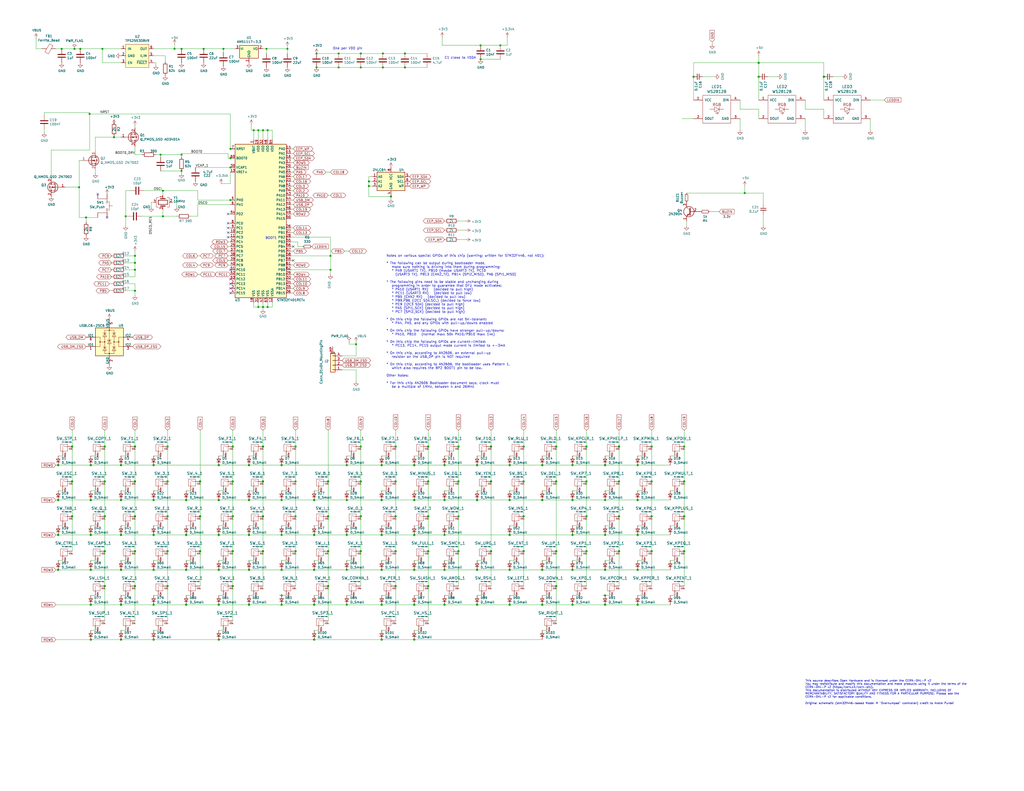
<source format=kicad_sch>
(kicad_sch (version 20221206) (generator eeschema)
  (paper "C")
  (junction (at 378.46 41.91) (diameter 1.016))
  (junction (at 196.85 29.21))
  (junction (at 121.92 26.67))
  (junction (at 73.66 158.75))
  (junction (at 213.36 107.315))
  (junction (at 267.97 243.84) (diameter 1.016))
  (junction (at 127 320.04) (diameter 1.016))
  (junction (at 43.18 102.235))
  (junction (at 73.66 281.94) (diameter 1.016))
  (junction (at 66.04 311.15) (diameter 1.016))
  (junction (at 146.05 167.64))
  (junction (at 135.89 330.2) (diameter 1.016))
  (junction (at 189.23 311.15))
  (junction (at 406.4 105.41))
  (junction (at 127 262.89) (diameter 1.016))
  (junction (at 373.38 243.84))
  (junction (at 101.6 292.1) (diameter 1.016))
  (junction (at 278.13 292.1) (diameter 1.016))
  (junction (at 184.785 36.83))
  (junction (at 57.15 262.89) (diameter 1.016))
  (junction (at 180.34 147.32))
  (junction (at 278.13 273.05) (diameter 1.016))
  (junction (at 196.85 36.83))
  (junction (at 278.13 254) (diameter 1.016))
  (junction (at 201.295 101.6))
  (junction (at 57.15 300.99) (diameter 1.016))
  (junction (at 189.23 292.1))
  (junction (at 295.91 311.15) (diameter 1.016))
  (junction (at 66.04 330.2) (diameter 1.016))
  (junction (at 330.2 330.2) (diameter 1.016))
  (junction (at 267.97 300.99) (diameter 1.016))
  (junction (at 184.785 29.21))
  (junction (at 119.38 292.1) (diameter 1.016))
  (junction (at 330.2 254) (diameter 1.016))
  (junction (at 278.13 330.2) (diameter 1.016))
  (junction (at 109.22 262.89) (diameter 1.016))
  (junction (at 194.31 187.96))
  (junction (at 91.44 243.84) (diameter 1.016))
  (junction (at 73.66 147.32))
  (junction (at 330.2 273.05))
  (junction (at 208.28 254) (diameter 1.016))
  (junction (at 233.68 300.99) (diameter 1.016))
  (junction (at 91.44 300.99) (diameter 1.016))
  (junction (at 233.68 243.84) (diameter 1.016))
  (junction (at 208.28 273.05) (diameter 1.016))
  (junction (at 260.35 273.05) (diameter 1.016))
  (junction (at 285.75 262.89) (diameter 1.016))
  (junction (at 201.295 99.06))
  (junction (at 189.23 273.05))
  (junction (at 138.43 71.12))
  (junction (at 196.85 243.84))
  (junction (at 46.99 118.745))
  (junction (at 39.37 281.94) (diameter 1.016))
  (junction (at 196.85 262.89) (diameter 1.016))
  (junction (at 347.98 254))
  (junction (at 83.82 273.05) (diameter 1.016))
  (junction (at 83.82 349.25) (diameter 1.016))
  (junction (at 49.53 311.15) (diameter 1.016))
  (junction (at 220.98 36.83))
  (junction (at 208.28 330.2) (diameter 1.016))
  (junction (at 233.68 281.94) (diameter 1.016))
  (junction (at 73.66 139.7))
  (junction (at 127 243.84) (diameter 1.016))
  (junction (at 220.98 29.21))
  (junction (at 233.68 320.04) (diameter 1.016))
  (junction (at 226.06 254) (diameter 1.016))
  (junction (at 330.2 292.1))
  (junction (at 33.655 26.67))
  (junction (at 68.58 118.11))
  (junction (at 143.51 71.12))
  (junction (at 99.06 84.455))
  (junction (at 242.57 330.2) (diameter 1.016))
  (junction (at 91.44 262.89) (diameter 1.016))
  (junction (at 143.51 167.64))
  (junction (at 250.19 262.89) (diameter 1.016))
  (junction (at 250.19 243.84) (diameter 1.016))
  (junction (at 40.64 26.67))
  (junction (at 171.45 311.15) (diameter 1.016))
  (junction (at 83.82 254) (diameter 1.016))
  (junction (at 320.04 281.94) (diameter 1.016))
  (junction (at 337.82 300.99) (diameter 1.016))
  (junction (at 172.72 29.21))
  (junction (at 153.67 311.15) (diameter 1.016))
  (junction (at 73.66 262.89) (diameter 1.016))
  (junction (at 73.66 300.99) (diameter 1.016))
  (junction (at 355.6 300.99) (diameter 1.016))
  (junction (at 179.07 262.89) (diameter 1.016))
  (junction (at 62.23 74.93))
  (junction (at 242.57 273.05) (diameter 1.016))
  (junction (at 285.75 300.99) (diameter 1.016))
  (junction (at 31.75 292.1) (diameter 1.016))
  (junction (at 143.51 243.84) (diameter 1.016))
  (junction (at 414.02 34.29) (diameter 1.016))
  (junction (at 153.67 254) (diameter 1.016))
  (junction (at 189.23 254))
  (junction (at 88.9 104.14))
  (junction (at 143.51 281.94) (diameter 1.016))
  (junction (at 215.9 320.04) (diameter 1.016))
  (junction (at 226.06 311.15) (diameter 1.016))
  (junction (at 125.73 91.44))
  (junction (at 83.82 330.2) (diameter 1.016))
  (junction (at 320.04 300.99) (diameter 1.016))
  (junction (at 127 300.99) (diameter 1.016))
  (junction (at 43.815 26.67))
  (junction (at 215.9 300.99) (diameter 1.016))
  (junction (at 140.97 71.12))
  (junction (at 226.06 292.1) (diameter 1.016))
  (junction (at 171.45 349.25) (diameter 1.016))
  (junction (at 262.255 24.765))
  (junction (at 226.06 273.05) (diameter 1.016))
  (junction (at 373.38 300.99) (diameter 1.016))
  (junction (at 320.04 243.84) (diameter 1.016))
  (junction (at 250.19 300.99) (diameter 1.016))
  (junction (at 31.75 311.15) (diameter 1.016))
  (junction (at 49.53 292.1) (diameter 1.016))
  (junction (at 312.42 292.1) (diameter 1.016))
  (junction (at 215.9 281.94) (diameter 1.016))
  (junction (at 153.67 325.12))
  (junction (at 303.53 243.84) (diameter 1.016))
  (junction (at 119.38 254) (diameter 1.016))
  (junction (at 171.45 292.1) (diameter 1.016))
  (junction (at 449.58 41.91) (diameter 1.016))
  (junction (at 215.9 262.89) (diameter 1.016))
  (junction (at 171.45 330.2) (diameter 1.016))
  (junction (at 312.42 330.2) (diameter 1.016))
  (junction (at 180.34 139.7))
  (junction (at 143.51 262.89) (diameter 1.016))
  (junction (at 355.6 243.84) (diameter 1.016))
  (junction (at 312.42 311.15) (diameter 1.016))
  (junction (at 66.04 349.25) (diameter 1.016))
  (junction (at 99.06 26.67))
  (junction (at 414.02 41.91) (diameter 1.016))
  (junction (at 31.75 273.05) (diameter 1.016))
  (junction (at 125.73 81.28))
  (junction (at 161.29 243.84) (diameter 1.016))
  (junction (at 347.98 292.1) (diameter 1.016))
  (junction (at 260.35 330.2) (diameter 1.016))
  (junction (at 303.53 300.99) (diameter 1.016))
  (junction (at 119.38 311.15) (diameter 1.016))
  (junction (at 135.89 311.15) (diameter 1.016))
  (junction (at 242.57 254) (diameter 1.016))
  (junction (at 101.6 273.05) (diameter 1.016))
  (junction (at 242.57 311.15) (diameter 1.016))
  (junction (at 295.91 330.2) (diameter 1.016))
  (junction (at 226.06 349.25) (diameter 1.016))
  (junction (at 91.44 281.94) (diameter 1.016))
  (junction (at 66.04 273.05) (diameter 1.016))
  (junction (at 189.23 330.2))
  (junction (at 99.06 93.345))
  (junction (at 196.85 300.99) (diameter 1.016))
  (junction (at 91.44 320.04) (diameter 1.016))
  (junction (at 119.38 273.05) (diameter 1.016))
  (junction (at 127 281.94) (diameter 1.016))
  (junction (at 153.67 273.05))
  (junction (at 330.2 311.15) (diameter 1.016))
  (junction (at 140.97 167.64))
  (junction (at 39.37 262.89) (diameter 1.016))
  (junction (at 337.82 243.84) (diameter 1.016))
  (junction (at 171.45 273.05) (diameter 1.016))
  (junction (at 49.53 330.2) (diameter 1.016))
  (junction (at 260.35 254) (diameter 1.016))
  (junction (at 135.89 254) (diameter 1.016))
  (junction (at 233.68 262.89) (diameter 1.016))
  (junction (at 196.85 281.94) (diameter 1.016))
  (junction (at 87.63 84.455))
  (junction (at 312.42 273.05) (diameter 1.016))
  (junction (at 83.82 292.1) (diameter 1.016))
  (junction (at 285.75 281.94) (diameter 1.016))
  (junction (at 48.895 62.23))
  (junction (at 156.845 26.67))
  (junction (at 111.125 26.67))
  (junction (at 179.07 320.04) (diameter 1.016))
  (junction (at 119.38 330.2) (diameter 1.016))
  (junction (at 66.04 292.1) (diameter 1.016))
  (junction (at 153.67 292.1))
  (junction (at 373.38 262.89) (diameter 1.016))
  (junction (at 285.75 243.84) (diameter 1.016))
  (junction (at 303.53 262.89) (diameter 1.016))
  (junction (at 355.6 281.94) (diameter 1.016))
  (junction (at 161.29 300.99) (diameter 1.016))
  (junction (at 135.89 292.1) (diameter 1.016))
  (junction (at 295.91 273.05) (diameter 1.016))
  (junction (at 262.255 32.385))
  (junction (at 57.15 320.04) (diameter 1.016))
  (junction (at 179.07 281.94) (diameter 1.016))
  (junction (at 242.57 292.1))
  (junction (at 95.25 26.67))
  (junction (at 267.97 262.89) (diameter 1.016))
  (junction (at 226.06 330.2) (diameter 1.016))
  (junction (at 39.37 243.84) (diameter 1.016))
  (junction (at 337.82 262.89))
  (junction (at 273.05 24.765))
  (junction (at 109.22 300.99) (diameter 1.016))
  (junction (at 125.73 109.22))
  (junction (at 143.51 300.99) (diameter 1.016))
  (junction (at 73.66 243.84) (diameter 1.016))
  (junction (at 295.91 254) (diameter 1.016))
  (junction (at 73.66 320.04) (diameter 1.016))
  (junction (at 145.415 26.67))
  (junction (at 312.42 254) (diameter 1.016))
  (junction (at 208.28 349.25) (diameter 1.016))
  (junction (at 347.98 311.15) (diameter 1.016))
  (junction (at 146.05 71.12))
  (junction (at 83.82 311.15) (diameter 1.016))
  (junction (at 208.28 292.1) (diameter 1.016))
  (junction (at 101.6 330.2) (diameter 1.016))
  (junction (at 250.19 281.94))
  (junction (at 337.82 281.94))
  (junction (at 135.89 273.05) (diameter 1.016))
  (junction (at 161.29 262.89))
  (junction (at 172.72 36.83))
  (junction (at 125.73 86.36))
  (junction (at 109.22 281.94) (diameter 1.016))
  (junction (at 347.98 273.05) (diameter 1.016))
  (junction (at 320.04 262.89) (diameter 1.016))
  (junction (at 208.915 36.83))
  (junction (at 303.53 320.04) (diameter 1.016))
  (junction (at 260.35 311.15) (diameter 1.016))
  (junction (at 330.2 325.12))
  (junction (at 153.67 330.2) (diameter 1.016))
  (junction (at 347.98 330.2) (diameter 1.016))
  (junction (at 101.6 311.15) (diameter 1.016))
  (junction (at 179.07 300.99) (diameter 1.016))
  (junction (at 49.53 273.05) (diameter 1.016))
  (junction (at 119.38 349.25) (diameter 1.016))
  (junction (at 49.53 349.25) (diameter 1.016))
  (junction (at 57.15 281.94) (diameter 1.016))
  (junction (at 66.04 254) (diameter 1.016))
  (junction (at 49.53 254) (diameter 1.016))
  (junction (at 57.15 243.84) (diameter 1.016))
  (junction (at 73.66 143.51))
  (junction (at 278.13 311.15) (diameter 1.016))
  (junction (at 31.75 254) (diameter 1.016))
  (junction (at 208.28 311.15) (diameter 1.016))
  (junction (at 161.29 281.94))
  (junction (at 355.6 262.89) (diameter 1.016))
  (junction (at 55.88 26.67))
  (junction (at 215.9 243.84) (diameter 1.016))
  (junction (at 208.915 29.21))
  (junction (at 373.38 281.94) (diameter 1.016))
  (junction (at 88.9 118.11))
  (no_connect (at 124.46 127))
  (no_connect (at 160.02 142.24))
  (no_connect (at 58.42 118.745))
  (no_connect (at 125.73 147.32))
  (no_connect (at 125.73 160.02))
  (no_connect (at 124.46 121.92))
  (no_connect (at 124.46 124.46))
  (no_connect (at 124.46 129.54))
  (no_connect (at 125.73 152.4))
  (no_connect (at 124.46 116.84))
  (no_connect (at 160.02 134.62))
  (no_connect (at 125.73 157.48))
  (no_connect (at 125.73 154.94))
  (no_connect (at 53.34 106.045))
  (wire (pts (xy 107.95 118.11) (xy 104.14 118.11)))
  (wire (pts (xy 119.38 287.02) (xy 121.92 287.02)))
  (wire (pts (xy 365.76 248.92) (xy 368.3 248.92)))
  (wire (pts (xy 124.46 86.36) (xy 125.73 86.36)))
  (wire (pts (xy 125.73 81.28) (xy 127 81.28)))
  (wire (pts (xy 196.85 234.95) (xy 196.85 243.84)))
  (wire (pts (xy 158.75 109.22) (xy 160.02 109.22)))
  (wire (pts (xy 374.65 105.41) (xy 406.4 105.41)))
  (wire (pts (xy 83.82 311.15) (xy 101.6 311.15)))
  (wire (pts (xy 39.37 243.84) (xy 39.37 234.95)))
  (wire (pts (xy 87.63 93.345) (xy 99.06 93.345)))
  (wire (pts (xy 330.2 254) (xy 347.98 254)))
  (wire (pts (xy 62.23 66.675) (xy 62.23 67.945)))
  (wire (pts (xy 83.82 26.67) (xy 95.25 26.67)))
  (wire (pts (xy 39.37 262.89) (xy 39.37 281.94)))
  (wire (pts (xy 278.13 273.05) (xy 295.91 273.05)))
  (wire (pts (xy 161.29 243.84) (xy 161.29 262.89)))
  (wire (pts (xy 365.76 287.02) (xy 368.3 287.02)))
  (wire (pts (xy 160.02 137.16) (xy 158.75 137.16)))
  (wire (pts (xy 88.9 104.14) (xy 107.95 104.14)))
  (wire (pts (xy 160.02 144.78) (xy 158.75 144.78)))
  (wire (pts (xy 250.19 243.84) (xy 250.19 234.95)))
  (wire (pts (xy 416.56 105.41) (xy 416.56 111.76)))
  (wire (pts (xy 31.75 273.05) (xy 49.53 273.05)))
  (wire (pts (xy 273.05 24.765) (xy 276.86 24.765)))
  (wire (pts (xy 119.38 349.25) (xy 171.45 349.25)))
  (wire (pts (xy 143.51 320.04) (xy 143.51 300.99)))
  (wire (pts (xy 250.19 130.81) (xy 254 130.81)))
  (wire (pts (xy 403.86 59.69) (xy 403.86 54.61)))
  (wire (pts (xy 278.13 248.92) (xy 280.67 248.92)))
  (wire (pts (xy 49.53 330.2) (xy 66.04 330.2)))
  (wire (pts (xy 276.86 24.765) (xy 276.86 20.32)))
  (wire (pts (xy 414.02 59.69) (xy 403.86 59.69)))
  (wire (pts (xy 52.07 92.71) (xy 52.07 94.615)))
  (wire (pts (xy 226.06 306.07) (xy 228.6 306.07)))
  (wire (pts (xy 143.51 26.67) (xy 145.415 26.67)))
  (wire (pts (xy 439.42 64.77) (xy 439.42 71.12)))
  (wire (pts (xy 153.67 248.92) (xy 156.21 248.92)))
  (wire (pts (xy 312.42 311.15) (xy 330.2 311.15)))
  (wire (pts (xy 162.56 134.62) (xy 165.1 134.62)))
  (wire (pts (xy 312.42 330.2) (xy 330.2 330.2)))
  (wire (pts (xy 285.75 300.99) (xy 285.75 281.94)))
  (wire (pts (xy 78.74 104.14) (xy 88.9 104.14)))
  (wire (pts (xy 419.1 41.91) (xy 424.18 41.91)))
  (wire (pts (xy 66.04 311.15) (xy 83.82 311.15)))
  (wire (pts (xy 330.2 311.15) (xy 347.98 311.15)))
  (wire (pts (xy 66.04 287.02) (xy 68.58 287.02)))
  (wire (pts (xy 414.02 41.91) (xy 414.02 54.61)))
  (wire (pts (xy 262.255 32.385) (xy 273.05 32.385)))
  (wire (pts (xy 143.51 167.64) (xy 146.05 167.64)))
  (wire (pts (xy 242.57 287.02) (xy 245.11 287.02)))
  (wire (pts (xy 162.56 132.08) (xy 158.75 132.08)))
  (wire (pts (xy 295.91 306.07) (xy 298.45 306.07)))
  (wire (pts (xy 143.51 243.84) (xy 143.51 234.95)))
  (wire (pts (xy 62.23 74.295) (xy 62.23 74.93)))
  (wire (pts (xy 95.25 26.67) (xy 99.06 26.67)))
  (wire (pts (xy 135.89 248.92) (xy 138.43 248.92)))
  (wire (pts (xy 68.58 151.13) (xy 73.66 151.13)))
  (wire (pts (xy 161.29 281.94) (xy 161.29 300.99)))
  (wire (pts (xy 161.29 243.84) (xy 161.29 234.95)))
  (wire (pts (xy 107.95 139.7) (xy 109.22 139.7)))
  (wire (pts (xy 146.05 71.12) (xy 146.05 76.2)))
  (wire (pts (xy 233.68 262.89) (xy 233.68 281.94)))
  (wire (pts (xy 312.42 273.05) (xy 330.2 273.05)))
  (wire (pts (xy 262.255 24.765) (xy 273.05 24.765)))
  (wire (pts (xy 320.04 262.89) (xy 320.04 243.84)))
  (wire (pts (xy 48.895 81.915) (xy 48.895 62.23)))
  (wire (pts (xy 242.57 273.05) (xy 260.35 273.05)))
  (wire (pts (xy 373.38 281.94) (xy 373.38 300.99)))
  (wire (pts (xy 73.66 300.99) (xy 73.66 281.94)))
  (wire (pts (xy 83.82 349.25) (xy 119.38 349.25)))
  (wire (pts (xy 83.82 273.05) (xy 101.6 273.05)))
  (wire (pts (xy 295.91 248.92) (xy 298.45 248.92)))
  (wire (pts (xy 135.89 292.1) (xy 153.67 292.1)))
  (wire (pts (xy 180.34 147.32) (xy 180.34 139.7)))
  (wire (pts (xy 158.75 147.32) (xy 180.34 147.32)))
  (wire (pts (xy 208.28 349.25) (xy 226.06 349.25)))
  (wire (pts (xy 91.44 281.94) (xy 91.44 300.99)))
  (wire (pts (xy 91.44 300.99) (xy 91.44 320.04)))
  (wire (pts (xy 73.66 68.58) (xy 73.66 69.85)))
  (wire (pts (xy 189.23 311.15) (xy 208.28 311.15)))
  (wire (pts (xy 77.47 118.11) (xy 88.9 118.11)))
  (wire (pts (xy 158.75 96.52) (xy 160.02 96.52)))
  (wire (pts (xy 201.295 101.6) (xy 203.2 101.6)))
  (wire (pts (xy 208.28 267.97) (xy 210.82 267.97)))
  (wire (pts (xy 320.04 281.94) (xy 320.04 262.89)))
  (wire (pts (xy 73.66 84.455) (xy 73.66 80.01)))
  (wire (pts (xy 250.19 120.65) (xy 254 120.65)))
  (wire (pts (xy 68.58 118.11) (xy 68.58 123.19)))
  (wire (pts (xy 119.38 306.07) (xy 121.92 306.07)))
  (wire (pts (xy 46.99 121.285) (xy 46.99 118.745)))
  (wire (pts (xy 208.915 29.21) (xy 196.85 29.21)))
  (wire (pts (xy 328.93 325.12) (xy 330.2 325.12)))
  (wire (pts (xy 161.29 300.99) (xy 161.29 320.04)))
  (wire (pts (xy 119.38 292.1) (xy 135.89 292.1)))
  (wire (pts (xy 153.67 325.12) (xy 156.21 325.12)))
  (wire (pts (xy 330.2 306.07) (xy 332.74 306.07)))
  (wire (pts (xy 347.98 325.12) (xy 350.52 325.12)))
  (wire (pts (xy 158.75 149.86) (xy 160.02 149.86)))
  (wire (pts (xy 101.6 273.05) (xy 119.38 273.05)))
  (wire (pts (xy 365.76 306.07) (xy 368.3 306.07)))
  (wire (pts (xy 158.75 86.36) (xy 160.02 86.36)))
  (wire (pts (xy 59.69 139.7) (xy 60.96 139.7)))
  (wire (pts (xy 449.58 34.29) (xy 449.58 41.91)))
  (wire (pts (xy 43.18 102.235) (xy 43.18 118.745)))
  (wire (pts (xy 347.98 287.02) (xy 350.52 287.02)))
  (wire (pts (xy 156.845 26.67) (xy 156.845 25.4)))
  (wire (pts (xy 278.13 287.02) (xy 280.67 287.02)))
  (wire (pts (xy 88.9 118.11) (xy 96.52 118.11)))
  (wire (pts (xy 66.04 325.12) (xy 68.58 325.12)))
  (wire (pts (xy 179.07 106.68) (xy 180.34 106.68)))
  (wire (pts (xy 365.76 325.12) (xy 368.3 325.12)))
  (wire (pts (xy 330.2 267.97) (xy 332.74 267.97)))
  (wire (pts (xy 194.31 201.93) (xy 194.31 208.28)))
  (wire (pts (xy 143.51 71.12) (xy 143.51 76.2)))
  (wire (pts (xy 278.13 306.07) (xy 280.67 306.07)))
  (wire (pts (xy 171.45 311.15) (xy 189.23 311.15)))
  (wire (pts (xy 68.58 118.11) (xy 69.85 118.11)))
  (wire (pts (xy 201.295 99.06) (xy 201.295 101.6)))
  (wire (pts (xy 107.95 149.86) (xy 109.22 149.86)))
  (wire (pts (xy 124.46 116.84) (xy 125.73 116.84)))
  (wire (pts (xy 68.58 143.51) (xy 73.66 143.51)))
  (wire (pts (xy 125.73 62.23) (xy 125.73 81.28)))
  (wire (pts (xy 454.66 41.91) (xy 459.74 41.91)))
  (wire (pts (xy 213.36 107.315) (xy 213.36 106.68)))
  (wire (pts (xy 347.98 330.2) (xy 365.76 330.2)))
  (wire (pts (xy 233.68 243.84) (xy 233.68 234.95)))
  (wire (pts (xy 99.06 85.725) (xy 99.06 84.455)))
  (wire (pts (xy 73.66 243.84) (xy 73.66 234.95)))
  (wire (pts (xy 48.895 61.595) (xy 48.895 62.23)))
  (wire (pts (xy 83.82 254) (xy 119.38 254)))
  (wire (pts (xy 124.46 129.54) (xy 125.73 129.54)))
  (wire (pts (xy 189.23 248.92) (xy 191.77 248.92)))
  (wire (pts (xy 278.13 325.12) (xy 280.67 325.12)))
  (wire (pts (xy 109.22 300.99) (xy 109.22 281.94)))
  (wire (pts (xy 83.82 292.1) (xy 101.6 292.1)))
  (wire (pts (xy 135.89 306.07) (xy 138.43 306.07)))
  (wire (pts (xy 57.15 243.84) (xy 57.15 234.95)))
  (wire (pts (xy 124.46 144.78) (xy 125.73 144.78)))
  (wire (pts (xy 101.6 267.97) (xy 104.14 267.97)))
  (wire (pts (xy 160.02 116.84) (xy 158.75 116.84)))
  (wire (pts (xy 250.19 262.89) (xy 250.19 243.84)))
  (wire (pts (xy 303.53 243.84) (xy 303.53 262.89)))
  (wire (pts (xy 73.66 320.04) (xy 73.66 300.99)))
  (wire (pts (xy 208.28 287.02) (xy 210.82 287.02)))
  (wire (pts (xy 267.97 300.99) (xy 267.97 320.04)))
  (wire (pts (xy 83.82 34.29) (xy 85.09 34.29)))
  (wire (pts (xy 127 243.84) (xy 127 234.95)))
  (wire (pts (xy 242.57 267.97) (xy 245.11 267.97)))
  (wire (pts (xy 242.57 292.1) (xy 278.13 292.1)))
  (wire (pts (xy 119.38 311.15) (xy 135.89 311.15)))
  (wire (pts (xy 233.68 281.94) (xy 233.68 300.99)))
  (wire (pts (xy 127 262.89) (xy 127 281.94)))
  (wire (pts (xy 31.75 254) (xy 49.53 254)))
  (wire (pts (xy 140.97 71.12) (xy 140.97 76.2)))
  (wire (pts (xy 135.89 287.02) (xy 138.43 287.02)))
  (wire (pts (xy 189.23 267.97) (xy 191.77 267.97)))
  (wire (pts (xy 373.38 262.89) (xy 373.38 281.94)))
  (wire (pts (xy 127 300.99) (xy 127 320.04)))
  (wire (pts (xy 260.35 311.15) (xy 278.13 311.15)))
  (wire (pts (xy 295.91 254) (xy 312.42 254)))
  (wire (pts (xy 184.785 36.83) (xy 172.72 36.83)))
  (wire (pts (xy 119.38 325.12) (xy 121.92 325.12)))
  (wire (pts (xy 99.06 26.67) (xy 111.125 26.67)))
  (wire (pts (xy 158.75 104.14) (xy 160.02 104.14)))
  (wire (pts (xy 153.67 330.2) (xy 171.45 330.2)))
  (wire (pts (xy 49.53 306.07) (xy 52.07 306.07)))
  (wire (pts (xy 73.66 137.16) (xy 73.66 139.7)))
  (wire (pts (xy 337.82 300.99) (xy 337.82 320.04)))
  (wire (pts (xy 295.91 311.15) (xy 312.42 311.15)))
  (wire (pts (xy 88.9 104.14) (xy 88.9 106.68)))
  (wire (pts (xy 196.85 300.99) (xy 196.85 320.04)))
  (wire (pts (xy 189.23 330.2) (xy 208.28 330.2)))
  (wire (pts (xy 208.28 330.2) (xy 226.06 330.2)))
  (wire (pts (xy 107.95 109.22) (xy 107.95 104.14)))
  (wire (pts (xy 226.06 349.25) (xy 295.91 349.25)))
  (wire (pts (xy 260.35 330.2) (xy 278.13 330.2)))
  (wire (pts (xy 143.51 262.89) (xy 143.51 243.84)))
  (wire (pts (xy 143.51 300.99) (xy 143.51 281.94)))
  (wire (pts (xy 189.23 306.07) (xy 191.77 306.07)))
  (wire (pts (xy 208.28 254) (xy 226.06 254)))
  (wire (pts (xy 208.915 36.83) (xy 196.85 36.83)))
  (wire (pts (xy 347.98 248.92) (xy 350.52 248.92)))
  (wire (pts (xy 140.97 165.1) (xy 140.97 167.64)))
  (wire (pts (xy 107.95 111.76) (xy 125.73 111.76)))
  (wire (pts (xy 66.04 267.97) (xy 68.58 267.97)))
  (wire (pts (xy 138.43 167.64) (xy 140.97 167.64)))
  (wire (pts (xy 226.06 254) (xy 242.57 254)))
  (wire (pts (xy 250.19 281.94) (xy 250.19 300.99)))
  (wire (pts (xy 73.66 158.75) (xy 73.66 161.29)))
  (wire (pts (xy 337.82 243.84) (xy 337.82 262.89)))
  (wire (pts (xy 180.34 93.98) (xy 177.8 93.98)))
  (wire (pts (xy 68.58 158.75) (xy 73.66 158.75)))
  (wire (pts (xy 127 320.04) (xy 127 339.09)))
  (wire (pts (xy 153.67 311.15) (xy 171.45 311.15)))
  (wire (pts (xy 189.23 254) (xy 208.28 254)))
  (wire (pts (xy 194.31 186.69) (xy 194.31 187.96)))
  (wire (pts (xy 201.295 96.52) (xy 201.295 99.06)))
  (wire (pts (xy 59.69 147.32) (xy 60.96 147.32)))
  (wire (pts (xy 30.48 330.2) (xy 49.53 330.2)))
  (wire (pts (xy 226.06 267.97) (xy 228.6 267.97)))
  (wire (pts (xy 73.66 154.94) (xy 73.66 158.75)))
  (wire (pts (xy 19.685 26.67) (xy 22.86 26.67)))
  (wire (pts (xy 135.89 311.15) (xy 153.67 311.15)))
  (wire (pts (xy 143.51 165.1) (xy 143.51 167.64)))
  (wire (pts (xy 153.67 306.07) (xy 156.21 306.07)))
  (wire (pts (xy 233.68 300.99) (xy 233.68 320.04)))
  (wire (pts (xy 201.295 101.6) (xy 201.295 107.315)))
  (wire (pts (xy 19.685 20.955) (xy 19.685 26.67)))
  (wire (pts (xy 158.75 154.94) (xy 160.02 154.94)))
  (wire (pts (xy 39.37 243.84) (xy 39.37 262.89)))
  (wire (pts (xy 242.57 306.07) (xy 245.11 306.07)))
  (wire (pts (xy 43.18 118.745) (xy 46.99 118.745)))
  (wire (pts (xy 30.48 254) (xy 31.75 254)))
  (wire (pts (xy 220.98 29.21) (xy 208.915 29.21)))
  (wire (pts (xy 73.66 281.94) (xy 73.66 262.89)))
  (wire (pts (xy 330.2 330.2) (xy 347.98 330.2)))
  (wire (pts (xy 196.85 36.83) (xy 184.785 36.83)))
  (wire (pts (xy 295.91 273.05) (xy 312.42 273.05)))
  (wire (pts (xy 95.25 24.13) (xy 95.25 26.67)))
  (wire (pts (xy 27.94 97.155) (xy 27.94 81.915)))
  (wire (pts (xy 85.09 34.29) (xy 85.09 35.56)))
  (wire (pts (xy 119.38 248.92) (xy 121.92 248.92)))
  (wire (pts (xy 208.28 311.15) (xy 226.06 311.15)))
  (wire (pts (xy 153.67 254) (xy 189.23 254)))
  (wire (pts (xy 31.75 267.97) (xy 34.29 267.97)))
  (wire (pts (xy 124.46 127) (xy 125.73 127)))
  (wire (pts (xy 320.04 320.04) (xy 320.04 300.99)))
  (wire (pts (xy 414.02 34.29) (xy 414.02 30.48)))
  (wire (pts (xy 330.2 325.12) (xy 332.74 325.12)))
  (wire (pts (xy 119.38 273.05) (xy 135.89 273.05)))
  (wire (pts (xy 278.13 254) (xy 295.91 254)))
  (wire (pts (xy 90.17 30.48) (xy 90.17 33.655)))
  (wire (pts (xy 52.07 74.93) (xy 52.07 82.55)))
  (wire (pts (xy 39.37 281.94) (xy 39.37 300.99)))
  (wire (pts (xy 355.6 320.04) (xy 355.6 300.99)))
  (wire (pts (xy 180.34 139.7) (xy 158.75 139.7)))
  (wire (pts (xy 474.98 64.77) (xy 474.98 71.12)))
  (wire (pts (xy 226.06 273.05) (xy 242.57 273.05)))
  (wire (pts (xy 91.44 243.84) (xy 91.44 234.95)))
  (wire (pts (xy 179.07 320.04) (xy 179.07 300.99)))
  (wire (pts (xy 68.58 104.14) (xy 68.58 118.11)))
  (wire (pts (xy 40.64 26.67) (xy 43.815 26.67)))
  (wire (pts (xy 260.35 254) (xy 278.13 254)))
  (wire (pts (xy 226.06 292.1) (xy 242.57 292.1)))
  (wire (pts (xy 378.46 34.29) (xy 378.46 41.91)))
  (wire (pts (xy 59.69 151.13) (xy 60.96 151.13)))
  (wire (pts (xy 99.06 83.82) (xy 99.06 84.455)))
  (wire (pts (xy 106.68 91.44) (xy 125.73 91.44)))
  (wire (pts (xy 59.69 158.75) (xy 60.96 158.75)))
  (wire (pts (xy 303.53 320.04) (xy 303.53 339.09)))
  (wire (pts (xy 109.22 320.04) (xy 109.22 300.99)))
  (wire (pts (xy 101.6 287.02) (xy 104.14 287.02)))
  (wire (pts (xy 180.34 149.86) (xy 180.34 147.32)))
  (wire (pts (xy 83.82 248.92) (xy 86.36 248.92)))
  (wire (pts (xy 213.36 108.585) (xy 213.36 107.315)))
  (wire (pts (xy 124.46 139.7) (xy 125.73 139.7)))
  (wire (pts (xy 120.65 100.33) (xy 125.73 100.33)))
  (wire (pts (xy 158.75 81.28) (xy 160.02 81.28)))
  (wire (pts (xy 43.815 26.67) (xy 55.88 26.67)))
  (wire (pts (xy 49.53 273.05) (xy 66.04 273.05)))
  (wire (pts (xy 320.04 300.99) (xy 320.04 281.94)))
  (wire (pts (xy 57.15 243.84) (xy 57.15 262.89)))
  (wire (pts (xy 233.68 243.84) (xy 233.68 262.89)))
  (wire (pts (xy 109.22 234.95) (xy 109.22 262.89)))
  (wire (pts (xy 215.9 243.84) (xy 215.9 262.89)))
  (wire (pts (xy 145.415 26.67) (xy 156.845 26.67)))
  (wire (pts (xy 387.35 115.57) (xy 392.43 115.57)))
  (wire (pts (xy 278.13 292.1) (xy 312.42 292.1)))
  (wire (pts (xy 320.04 243.84) (xy 320.04 234.95)))
  (wire (pts (xy 180.34 129.54) (xy 180.34 139.7)))
  (wire (pts (xy 196.85 262.89) (xy 196.85 281.94)))
  (wire (pts (xy 49.53 325.12) (xy 52.07 325.12)))
  (wire (pts (xy 449.58 64.77) (xy 449.58 59.69)))
  (wire (pts (xy 184.785 29.21) (xy 172.72 29.21)))
  (wire (pts (xy 125.73 100.33) (xy 125.73 93.98)))
  (wire (pts (xy 156.845 29.21) (xy 156.845 26.67)))
  (wire (pts (xy 208.28 325.12) (xy 210.82 325.12)))
  (wire (pts (xy 62.23 74.93) (xy 66.04 74.93)))
  (wire (pts (xy 388.62 22.86) (xy 388.62 24.13)))
  (wire (pts (xy 153.67 287.02) (xy 156.21 287.02)))
  (wire (pts (xy 135.89 325.12) (xy 138.43 325.12)))
  (wire (pts (xy 226.06 248.92) (xy 228.6 248.92)))
  (wire (pts (xy 66.04 273.05) (xy 83.82 273.05)))
  (wire (pts (xy 171.45 330.2) (xy 189.23 330.2)))
  (wire (pts (xy 215.9 281.94) (xy 215.9 300.99)))
  (wire (pts (xy 66.04 344.17) (xy 68.58 344.17)))
  (wire (pts (xy 101.6 311.15) (xy 119.38 311.15)))
  (wire (pts (xy 153.67 273.05) (xy 171.45 273.05)))
  (wire (pts (xy 27.94 81.915) (xy 48.895 81.915)))
  (wire (pts (xy 312.42 267.97) (xy 314.96 267.97)))
  (wire (pts (xy 49.53 349.25) (xy 66.04 349.25)))
  (wire (pts (xy 295.91 330.2) (xy 312.42 330.2)))
  (wire (pts (xy 330.2 273.05) (xy 347.98 273.05)))
  (wire (pts (xy 55.88 26.67) (xy 66.04 26.67)))
  (wire (pts (xy 161.29 262.89) (xy 161.29 281.94)))
  (wire (pts (xy 355.6 243.84) (xy 355.6 234.95)))
  (wire (pts (xy 303.53 243.84) (xy 303.53 234.95)))
  (wire (pts (xy 43.18 87.63) (xy 44.45 87.63)))
  (wire (pts (xy 59.69 143.51) (xy 60.96 143.51)))
  (wire (pts (xy 242.57 254) (xy 260.35 254)))
  (wire (pts (xy 57.15 262.89) (xy 57.15 281.94)))
  (wire (pts (xy 153.67 292.1) (xy 171.45 292.1)))
  (wire (pts (xy 242.57 311.15) (xy 260.35 311.15)))
  (wire (pts (xy 285.75 281.94) (xy 285.75 262.89)))
  (wire (pts (xy 337.82 262.89) (xy 337.82 281.94)))
  (wire (pts (xy 250.19 125.73) (xy 254 125.73)))
  (wire (pts (xy 135.89 273.05) (xy 153.67 273.05)))
  (wire (pts (xy 260.35 325.12) (xy 262.89 325.12)))
  (wire (pts (xy 137.16 67.945) (xy 137.16 71.12)))
  (wire (pts (xy 158.75 157.48) (xy 160.02 157.48)))
  (wire (pts (xy 285.75 243.84) (xy 285.75 234.95)))
  (wire (pts (xy 111.125 26.67) (xy 121.92 26.67)))
  (wire (pts (xy 49.53 267.97) (xy 52.07 267.97)))
  (wire (pts (xy 137.16 71.12) (xy 138.43 71.12)))
  (wire (pts (xy 30.48 273.05) (xy 31.75 273.05)))
  (wire (pts (xy 43.18 87.63) (xy 43.18 102.235)))
  (wire (pts (xy 135.89 330.2) (xy 153.67 330.2)))
  (wire (pts (xy 449.58 59.69) (xy 439.42 59.69)))
  (wire (pts (xy 83.82 110.49) (xy 82.55 110.49)))
  (wire (pts (xy 194.31 201.93) (xy 186.69 201.93)))
  (wire (pts (xy 119.38 267.97) (xy 121.92 267.97)))
  (wire (pts (xy 171.45 325.12) (xy 173.99 325.12)))
  (wire (pts (xy 49.53 344.17) (xy 52.07 344.17)))
  (wire (pts (xy 208.28 248.92) (xy 210.82 248.92)))
  (wire (pts (xy 83.82 330.2) (xy 101.6 330.2)))
  (wire (pts (xy 66.04 254) (xy 83.82 254)))
  (wire (pts (xy 347.98 292.1) (xy 365.76 292.1)))
  (wire (pts (xy 439.42 59.69) (xy 439.42 54.61)))
  (wire (pts (xy 107.95 109.22) (xy 125.73 109.22)))
  (wire (pts (xy 153.67 267.97) (xy 156.21 267.97)))
  (wire (pts (xy 158.75 101.6) (xy 160.02 101.6)))
  (wire (pts (xy 226.06 287.02) (xy 228.6 287.02)))
  (wire (pts (xy 125.73 86.36) (xy 126.365 86.36)))
  (wire (pts (xy 260.35 267.97) (xy 262.89 267.97)))
  (wire (pts (xy 91.44 262.89) (xy 91.44 281.94)))
  (wire (pts (xy 406.4 101.6) (xy 406.4 105.41)))
  (wire (pts (xy 35.56 102.235) (xy 43.18 102.235)))
  (wire (pts (xy 99.06 94.615) (xy 99.06 93.345)))
  (wire (pts (xy 140.97 167.64) (xy 143.51 167.64)))
  (wire (pts (xy 73.66 262.89) (xy 73.66 243.84)))
  (wire (pts (xy 194.31 187.96) (xy 194.31 194.31)))
  (wire (pts (xy 119.38 254) (xy 135.89 254)))
  (wire (pts (xy 66.04 330.2) (xy 83.82 330.2)))
  (wire (pts (xy 330.2 248.92) (xy 332.74 248.92)))
  (wire (pts (xy 121.92 26.67) (xy 128.27 26.67)))
  (wire (pts (xy 96.52 110.49) (xy 96.52 113.03)))
  (wire (pts (xy 33.655 26.67) (xy 40.64 26.67)))
  (wire (pts (xy 260.35 273.05) (xy 278.13 273.05)))
  (wire (pts (xy 208.28 344.17) (xy 210.82 344.17)))
  (wire (pts (xy 101.6 325.12) (xy 104.14 325.12)))
  (wire (pts (xy 295.91 325.12) (xy 298.45 325.12)))
  (wire (pts (xy 449.58 41.91) (xy 449.58 54.61)))
  (wire (pts (xy 378.46 64.77) (xy 372.11 64.77)))
  (wire (pts (xy 143.51 168.91) (xy 143.51 167.64)))
  (wire (pts (xy 179.07 281.94) (xy 179.07 262.89)))
  (wire (pts (xy 66.04 306.07) (xy 68.58 306.07)))
  (wire (pts (xy 201.295 107.315) (xy 213.36 107.315)))
  (wire (pts (xy 215.9 300.99) (xy 215.9 320.04)))
  (wire (pts (xy 57.15 281.94) (xy 57.15 300.99)))
  (wire (pts (xy 143.51 71.12) (xy 146.05 71.12)))
  (wire (pts (xy 373.38 243.84) (xy 373.38 262.89)))
  (wire (pts (xy 414.02 34.29) (xy 414.02 41.91)))
  (wire (pts (xy 337.82 243.84) (xy 337.82 234.95)))
  (wire (pts (xy 215.9 262.89) (xy 215.9 281.94)))
  (wire (pts (xy 278.13 330.2) (xy 295.91 330.2)))
  (wire (pts (xy 189.23 325.12) (xy 191.77 325.12)))
  (wire (pts (xy 87.63 85.725) (xy 87.63 84.455)))
  (wire (pts (xy 160.02 142.24) (xy 158.75 142.24)))
  (wire (pts (xy 124.46 83.82) (xy 124.46 86.36)))
  (wire (pts (xy 158.75 99.06) (xy 160.02 99.06)))
  (wire (pts (xy 31.75 292.1) (xy 49.53 292.1)))
  (wire (pts (xy 30.48 311.15) (xy 31.75 311.15)))
  (wire (pts (xy 203.2 96.52) (xy 201.295 96.52)))
  (wire (pts (xy 127 281.94) (xy 127 300.99)))
  (wire (pts (xy 158.75 106.68) (xy 160.02 106.68)))
  (wire (pts (xy 158.75 91.44) (xy 160.02 91.44)))
  (wire (pts (xy 31.75 306.07) (xy 34.29 306.07)))
  (wire (pts (xy 83.82 325.12) (xy 86.36 325.12)))
  (wire (pts (xy 66.04 292.1) (xy 83.82 292.1)))
  (wire (pts (xy 158.75 83.82) (xy 160.02 83.82)))
  (wire (pts (xy 312.42 287.02) (xy 314.96 287.02)))
  (wire (pts (xy 83.82 306.07) (xy 86.36 306.07)))
  (wire (pts (xy 355.6 262.89) (xy 355.6 243.84)))
  (wire (pts (xy 158.75 160.02) (xy 160.02 160.02)))
  (wire (pts (xy 482.6 54.61) (xy 474.98 54.61)))
  (wire (pts (xy 77.47 84.455) (xy 73.66 84.455)))
  (wire (pts (xy 208.28 292.1) (xy 226.06 292.1)))
  (wire (pts (xy 124.46 121.92) (xy 125.73 121.92)))
  (wire (pts (xy 158.75 88.9) (xy 160.02 88.9)))
  (wire (pts (xy 49.53 287.02) (xy 52.07 287.02)))
  (wire (pts (xy 226.06 344.17) (xy 228.6 344.17)))
  (wire (pts (xy 158.75 93.98) (xy 160.02 93.98)))
  (wire (pts (xy 31.75 248.92) (xy 34.29 248.92)))
  (wire (pts (xy 171.45 344.17) (xy 173.99 344.17)))
  (wire (pts (xy 179.07 339.09) (xy 179.07 320.04)))
  (wire (pts (xy 250.19 262.89) (xy 250.19 281.94)))
  (wire (pts (xy 146.05 71.12) (xy 148.59 71.12)))
  (wire (pts (xy 187.96 137.16) (xy 190.5 137.16)))
  (wire (pts (xy 201.295 99.06) (xy 203.2 99.06)))
  (wire (pts (xy 312.42 292.1) (xy 330.2 292.1)))
  (wire (pts (xy 179.07 234.95) (xy 179.07 262.89)))
  (wire (pts (xy 196.85 29.21) (xy 184.785 29.21)))
  (wire (pts (xy 99.06 83.82) (xy 124.46 83.82)))
  (wire (pts (xy 196.85 281.94) (xy 196.85 300.99)))
  (wire (pts (xy 135.89 267.97) (xy 138.43 267.97)))
  (wire (pts (xy 190.5 186.69) (xy 190.5 187.96)))
  (wire (pts (xy 414.02 64.77) (xy 414.02 59.69)))
  (wire (pts (xy 140.97 71.12) (xy 143.51 71.12)))
  (wire (pts (xy 347.98 311.15) (xy 365.76 311.15)))
  (wire (pts (xy 260.35 248.92) (xy 262.89 248.92)))
  (wire (pts (xy 312.42 325.12) (xy 314.96 325.12)))
  (wire (pts (xy 158.75 124.46) (xy 160.02 124.46)))
  (wire (pts (xy 233.045 29.21) (xy 220.98 29.21)))
  (wire (pts (xy 260.35 306.07) (xy 262.89 306.07)))
  (wire (pts (xy 171.45 287.02) (xy 173.99 287.02)))
  (wire (pts (xy 49.53 311.15) (xy 66.04 311.15)))
  (wire (pts (xy 250.19 320.04) (xy 250.19 300.99)))
  (wire (pts (xy 127 243.84) (xy 127 262.89)))
  (wire (pts (xy 49.53 292.1) (xy 66.04 292.1)))
  (wire (pts (xy 373.38 300.99) (xy 373.38 320.04)))
  (wire (pts (xy 347.98 254) (xy 365.76 254)))
  (wire (pts (xy 215.9 320.04) (xy 215.9 339.09)))
  (wire (pts (xy 146.05 165.1) (xy 146.05 167.64)))
  (wire (pts (xy 295.91 344.17) (xy 298.45 344.17)))
  (wire (pts (xy 189.23 273.05) (xy 208.28 273.05)))
  (wire (pts (xy 24.13 61.595) (xy 24.13 62.865)))
  (wire (pts (xy 208.28 273.05) (xy 226.06 273.05)))
  (wire (pts (xy 124.46 134.62) (xy 125.73 134.62)))
  (wire (pts (xy 107.95 111.76) (xy 107.95 118.11)))
  (wire (pts (xy 285.75 262.89) (xy 285.75 243.84)))
  (wire (pts (xy 73.66 143.51) (xy 73.66 147.32)))
  (wire (pts (xy 171.45 306.07) (xy 173.99 306.07)))
  (wire (pts (xy 194.31 187.96) (xy 190.5 187.96)))
  (wire (pts (xy 55.88 34.29) (xy 66.04 34.29)))
  (wire (pts (xy 186.69 194.31) (xy 194.31 194.31)))
  (wire (pts (xy 241.3 24.765) (xy 262.255 24.765)))
  (wire (pts (xy 124.46 124.46) (xy 125.73 124.46)))
  (wire (pts (xy 303.53 262.89) (xy 303.53 300.99)))
  (wire (pts (xy 24.13 61.595) (xy 48.895 61.595)))
  (wire (pts (xy 242.57 325.12) (xy 245.11 325.12)))
  (wire (pts (xy 158.75 129.54) (xy 180.34 129.54)))
  (wire (pts (xy 135.89 254) (xy 153.67 254)))
  (wire (pts (xy 215.9 243.84) (xy 215.9 234.95)))
  (wire (pts (xy 196.85 243.84) (xy 196.85 262.89)))
  (wire (pts (xy 49.53 248.92) (xy 52.07 248.92)))
  (wire (pts (xy 85.09 84.455) (xy 87.63 84.455)))
  (wire (pts (xy 160.02 114.3) (xy 158.75 114.3)))
  (wire (pts (xy 278.13 311.15) (xy 295.91 311.15)))
  (wire (pts (xy 330.2 292.1) (xy 347.98 292.1)))
  (wire (pts (xy 242.57 330.2) (xy 260.35 330.2)))
  (wire (pts (xy 158.75 134.62) (xy 160.02 134.62)))
  (wire (pts (xy 365.76 267.97) (xy 368.3 267.97)))
  (wire (pts (xy 145.415 29.21) (xy 145.415 26.67)))
  (wire (pts (xy 233.68 320.04) (xy 233.68 339.09)))
  (wire (pts (xy 347.98 306.07) (xy 350.52 306.07)))
  (wire (pts (xy 414.02 34.29) (xy 378.46 34.29)))
  (wire (pts (xy 162.56 134.62) (xy 162.56 132.08)))
  (wire (pts (xy 31.75 311.15) (xy 49.53 311.15)))
  (wire (pts (xy 416.56 116.84) (xy 416.56 123.19)))
  (wire (pts (xy 241.3 24.765) (xy 241.3 20.32)))
  (wire (pts (xy 66.04 349.25) (xy 83.82 349.25)))
  (wire (pts (xy 337.82 281.94) (xy 337.82 300.99)))
  (wire (pts (xy 66.04 248.92) (xy 68.58 248.92)))
  (wire (pts (xy 125.73 91.44) (xy 126.365 91.44)))
  (wire (pts (xy 242.57 248.92) (xy 245.11 248.92)))
  (wire (pts (xy 158.75 127) (xy 160.02 127)))
  (wire (pts (xy 55.88 26.67) (xy 55.88 34.29)))
  (wire (pts (xy 30.48 292.1) (xy 31.75 292.1)))
  (wire (pts (xy 121.92 28.575) (xy 121.92 26.67)))
  (wire (pts (xy 189.23 292.1) (xy 208.28 292.1)))
  (wire (pts (xy 119.38 330.2) (xy 135.89 330.2)))
  (wire (pts (xy 124.46 132.08) (xy 125.73 132.08)))
  (wire (pts (xy 101.6 306.07) (xy 104.14 306.07)))
  (wire (pts (xy 267.97 243.84) (xy 267.97 234.95)))
  (wire (pts (xy 73.66 139.7) (xy 73.66 143.51)))
  (wire (pts (xy 226.06 330.2) (xy 242.57 330.2)))
  (wire (pts (xy 57.15 320.04) (xy 57.15 339.09)))
  (wire (pts (xy 88.9 114.3) (xy 88.9 118.11)))
  (wire (pts (xy 71.12 104.14) (xy 68.58 104.14)))
  (wire (pts (xy 148.59 165.1) (xy 148.59 167.64)))
  (wire (pts (xy 82.55 110.49) (xy 82.55 113.03)))
  (wire (pts (xy 30.48 349.25) (xy 49.53 349.25)))
  (wire (pts (xy 226.06 311.15) (xy 242.57 311.15)))
  (wire (pts (xy 83.82 344.17) (xy 86.36 344.17)))
  (wire (pts (xy 93.98 110.49) (xy 96.52 110.49)))
  (wire (pts (xy 109.22 281.94) (xy 109.22 262.89)))
  (wire (pts (xy 91.44 243.84) (xy 91.44 262.89)))
  (wire (pts (xy 124.46 137.16) (xy 125.73 137.16)))
  (wire (pts (xy 48.895 62.23) (xy 125.73 62.23)))
  (wire (pts (xy 267.97 262.89) (xy 267.97 300.99)))
  (wire (pts (xy 87.63 84.455) (xy 99.06 84.455)))
  (wire (pts (xy 295.91 267.97) (xy 298.45 267.97)))
  (wire (pts (xy 68.58 147.32) (xy 73.66 147.32)))
  (wire (pts (xy 158.75 152.4) (xy 160.02 152.4)))
  (wire (pts (xy 171.45 273.05) (xy 189.23 273.05)))
  (wire (pts (xy 312.42 248.92) (xy 314.96 248.92)))
  (wire (pts (xy 138.43 165.1) (xy 138.43 167.64)))
  (wire (pts (xy 68.58 154.94) (xy 73.66 154.94)))
  (wire (pts (xy 91.44 320.04) (xy 91.44 339.09)))
  (wire (pts (xy 330.2 287.02) (xy 332.74 287.02)))
  (wire (pts (xy 171.45 267.97) (xy 173.99 267.97)))
  (wire (pts (xy 107.95 144.78) (xy 109.22 144.78)))
  (wire (pts (xy 220.98 36.83) (xy 208.915 36.83)))
  (wire (pts (xy 59.69 154.94) (xy 60.96 154.94)))
  (wire (pts (xy 73.66 339.09) (xy 73.66 320.04)))
  (wire (pts (xy 160.02 111.76) (xy 158.75 111.76)))
  (wire (pts (xy 53.34 118.745) (xy 46.99 118.745)))
  (wire (pts (xy 57.15 300.99) (xy 57.15 320.04)))
  (wire (pts (xy 83.82 267.97) (xy 86.36 267.97)))
  (wire (pts (xy 148.59 71.12) (xy 148.59 76.2)))
  (wire (pts (xy 179.07 300.99) (xy 179.07 281.94)))
  (wire (pts (xy 62.23 74.93) (xy 52.07 74.93)))
  (wire (pts (xy 208.28 306.07) (xy 210.82 306.07)))
  (wire (pts (xy 406.4 105.41) (xy 416.56 105.41)))
  (wire (pts (xy 171.45 349.25) (xy 208.28 349.25)))
  (wire (pts (xy 101.6 292.1) (xy 119.38 292.1)))
  (wire (pts (xy 83.82 287.02) (xy 86.36 287.02)))
  (wire (pts (xy 171.45 292.1) (xy 189.23 292.1)))
  (wire (pts (xy 119.38 344.17) (xy 121.92 344.17)))
  (wire (pts (xy 31.75 287.02) (xy 34.29 287.02)))
  (wire (pts (xy 414.02 34.29) (xy 449.58 34.29)))
  (wire (pts (xy 278.13 267.97) (xy 280.67 267.97)))
  (wire (pts (xy 30.48 26.67) (xy 33.655 26.67)))
  (wire (pts (xy 267.97 243.84) (xy 267.97 262.89)))
  (wire (pts (xy 68.58 139.7) (xy 73.66 139.7)))
  (wire (pts (xy 403.86 64.77) (xy 403.86 71.12)))
  (wire (pts (xy 125.73 109.22) (xy 127 109.22)))
  (wire (pts (xy 355.6 281.94) (xy 355.6 262.89)))
  (wire (pts (xy 73.66 147.32) (xy 73.66 151.13)))
  (wire (pts (xy 355.6 300.99) (xy 355.6 281.94)))
  (wire (pts (xy 312.42 306.07) (xy 314.96 306.07)))
  (wire (pts (xy 24.13 72.39) (xy 24.13 70.485)))
  (wire (pts (xy 101.6 330.2) (xy 119.38 330.2)))
  (wire (pts (xy 124.46 142.24) (xy 125.73 142.24)))
  (wire (pts (xy 143.51 281.94) (xy 143.51 262.89)))
  (wire (pts (xy 189.23 287.02) (xy 191.77 287.02)))
  (wire (pts (xy 138.43 71.12) (xy 140.97 71.12)))
  (wire (pts (xy 383.54 41.91) (xy 389.89 41.91)))
  (wire (pts (xy 378.46 41.91) (xy 378.46 54.61)))
  (wire (pts (xy 138.43 71.12) (xy 138.43 76.2)))
  (wire (pts (xy 312.42 254) (xy 330.2 254)))
  (wire (pts (xy 152.4 325.12) (xy 153.67 325.12)))
  (wire (pts (xy 146.05 167.64) (xy 148.59 167.64)))
  (wire (pts (xy 285.75 320.04) (xy 285.75 300.99)))
  (wire (pts (xy 83.82 30.48) (xy 90.17 30.48)))
  (wire (pts (xy 233.045 36.83) (xy 220.98 36.83)))
  (wire (pts (xy 226.06 325.12) (xy 228.6 325.12)))
  (wire (pts (xy 347.98 273.05) (xy 365.76 273.05)))
  (wire (pts (xy 303.53 300.99) (xy 303.53 320.04)))
  (wire (pts (xy 347.98 267.97) (xy 350.52 267.97)))
  (wire (pts (xy 49.53 254) (xy 66.04 254)))
  (wire (pts (xy 374.65 123.19) (xy 374.65 120.65)))
  (wire (pts (xy 373.38 234.95) (xy 373.38 243.84)))
  (text "One per VDD pin" (at 181.61 27.305 0) (effects (font (size 1.27 1.27)) (justify left bottom)))
  (text "This source describes Open Hardware and is licensed under the CERN-OHL-P v2\nYou may redistribute and modify this documentation and make products using it under the terms of the\nCERN-OHL-P v2 (https:/cern.ch/cern-ohl).\nThis documentation is distributed WITHOUT ANY EXPRESS OR IMPLIED WARRANTY, INCLUDING OF\nMERCHANTABILITY, SATISFACTORY QUALITY AND FITNESS FOR A PARTICULAR PURPOSE. Please see the\nCERN-OHL-P v2 for applicable conditions.\n\nOriginal schematic (stm32f446-based Model M \"Overnumpad\" controller) credit to Andre Purdei " (at 439.42 384.81 0) (effects (font (size 1.0922 1.0922)) (justify left bottom)))
  (text "Notes on various special GPIOs of this chip (warning: written for STM32F446, not 401):\n\n* The following can be output during bootloader mode,\n   make sure nothing is driving into them during programming:\n   * PA9 (USART1 TX), PB10 (maybe USART3 TX), PC10\n     (USART3 TX), PB13 (CAN2_TX), PB14 (SPI2_MISO), PA6 (SPI1_MISO)\n\n* The following pins need to be stable and unchanging during\n   programming in order to guarantee that DFU mode activates:\n   * PA10 (USART1 RX)   (decided to pull high)\n   * PC11 (USART3 RX)   (decided to pull low)\n   * PB5 (CAN2 RX)   (decided to pull low)\n   * PB9,PB6 (I2C1 SDA,SCL) (decided to force low)\n   * PC9 (I2C3 SDA) (decided to pull high)\n   * PA5 (SPI1_SCK) (decided to pull high)\n   * PC7 (SPI2_SCK) (decided to pull high)\n\n* On this chip the following GPIOs are not 5V-tolerant:\n   * PA4, PA5, and any GPIOs with pull-up/downs enabled\n\n* On this chip the following GPIOs have stronger pull-up/downs:\n   * PA10, PB10   (normal max: 50k PA10/PB10 max: 14k)\n\n* On this chip the following GPIOs are current-limited:\n   * PC13, PC14, PC15 output mode current is limited to +-3mA\n\n* On this chip, according to AN2606, an external pull-up\n   resistor on the USB_DP pin is NOT required\n\n* On this chip, according to AN2606, the bootloader uses Pattern 1,\n   which also requires the BP2 BOOT1 pin to be low.\n\nOther Notes:\n\n* For this chip AN2606 Bootloader document says, clock must\n   be a multiple of 1MHz, between 4 and 26MHz\n" (at 210.82 212.09 0) (effects (font (size 1.27 1.27)) (justify left bottom)))
  (text "C1 close to VDDA" (at 242.57 32.385 0) (effects (font (size 1.27 1.27)) (justify left bottom)))
  (text "BOOT1" (at 144.78 130.81 0) (effects (font (size 1.27 1.27)) (justify left bottom)))
  (label "3.3V" (at 398.78 119.38 180))
  (label "BOOT0" (at 104.14 83.82 0))
  (label "OSCO_RES" (at 83.185 118.11 270))
  (label "OSCO" (at 107.95 111.76 0))
  (label "BOOT0_DRV" (at 73.66 84.455 180))
  (label "NRST" (at 54.61 62.23 0))
  (label "VCAP_1" (at 106.68 91.44 0))
  (label "OSCI" (at 83.82 104.14 0))
  (global_label "ROW2" (shape bidirectional) (at 160.02 116.84 0) (property "Intersheetrefs" "${INTERSHEET_REFS}" (effects hide)))
  (global_label "USB_DP_ESD" (shape bidirectional) (at 186.69 199.39 0) (property "Intersheetrefs" "${INTERSHEET_REFS}" (effects hide)))
  (global_label "PA10" (shape bidirectional) (at 60.96 151.13 180) (property "Intersheetrefs" "${INTERSHEET_REFS}" (effects hide)))
  (global_label "ROW5" (shape bidirectional) (at 160.02 88.9 0) (property "Intersheetrefs" "${INTERSHEET_REFS}" (effects hide)))
  (global_label "EEP_SCL" (shape bidirectional) (at 160.02 83.82 0) (property "Intersheetrefs" "${INTERSHEET_REFS}" (effects hide)))
  (global_label "COL15" (shape input) (at 303.53 234.95 90) (property "Intersheetrefs" "${INTERSHEET_REFS}" (effects hide)))
  (global_label "PA5" (shape bidirectional) (at 160.02 93.98 0) (property "Intersheetrefs" "${INTERSHEET_REFS}" (effects hide)))
  (global_label "USB_DM" (shape bidirectional) (at 46.99 184.15 180) (property "Intersheetrefs" "${INTERSHEET_REFS}" (effects hide)))
  (global_label "PC9" (shape bidirectional) (at 124.46 144.78 180) (property "Intersheetrefs" "${INTERSHEET_REFS}" (effects hide)))
  (global_label "COL17" (shape input) (at 337.82 234.95 90) (property "Intersheetrefs" "${INTERSHEET_REFS}" (effects hide)))
  (global_label "COL12" (shape input) (at 250.19 234.95 90) (property "Intersheetrefs" "${INTERSHEET_REFS}" (effects hide)))
  (global_label "EEP_SDA" (shape bidirectional) (at 223.52 96.52 0) (property "Intersheetrefs" "${INTERSHEET_REFS}" (effects hide)))
  (global_label "COL3" (shape bidirectional) (at 160.02 101.6 0) (property "Intersheetrefs" "${INTERSHEET_REFS}" (effects hide)))
  (global_label "LEDDIN" (shape input) (at 170.18 134.62 0) (property "Intersheetrefs" "${INTERSHEET_REFS}" (effects hide)))
  (global_label "PC7" (shape bidirectional) (at 60.96 147.32 180) (property "Intersheetrefs" "${INTERSHEET_REFS}" (effects hide)))
  (global_label "COL5" (shape bidirectional) (at 124.46 142.24 180) (property "Intersheetrefs" "${INTERSHEET_REFS}" (effects hide)))
  (global_label "USB_DP" (shape bidirectional) (at 160.02 111.76 0) (property "Intersheetrefs" "${INTERSHEET_REFS}" (effects hide)))
  (global_label "COL11" (shape bidirectional) (at 160.02 152.4 0) (property "Intersheetrefs" "${INTERSHEET_REFS}" (effects hide)))
  (global_label "PB5" (shape bidirectional) (at 59.69 158.75 180) (property "Intersheetrefs" "${INTERSHEET_REFS}" (effects hide)))
  (global_label "COL1" (shape bidirectional) (at 180.34 106.68 0) (property "Intersheetrefs" "${INTERSHEET_REFS}" (effects hide)))
  (global_label "EEP_WP" (shape bidirectional) (at 160.02 81.28 0) (property "Intersheetrefs" "${INTERSHEET_REFS}" (effects hide)))
  (global_label "COL3" (shape input) (at 91.44 234.95 90) (property "Intersheetrefs" "${INTERSHEET_REFS}" (effects hide)))
  (global_label "COL9" (shape bidirectional) (at 160.02 157.48 0) (property "Intersheetrefs" "${INTERSHEET_REFS}" (effects hide)))
  (global_label "PC11" (shape bidirectional) (at 109.22 149.86 0) (property "Intersheetrefs" "${INTERSHEET_REFS}" (effects hide)))
  (global_label "ROW3" (shape input) (at 30.48 311.15 180) (property "Intersheetrefs" "${INTERSHEET_REFS}" (effects hide)))
  (global_label "PA5" (shape bidirectional) (at 60.96 143.51 180) (property "Intersheetrefs" "${INTERSHEET_REFS}" (effects hide)))
  (global_label "COL4" (shape bidirectional) (at 107.95 144.78 180) (property "Intersheetrefs" "${INTERSHEET_REFS}" (effects hide)))
  (global_label "COL16" (shape bidirectional) (at 160.02 99.06 0) (property "Intersheetrefs" "${INTERSHEET_REFS}" (effects hide)))
  (global_label "PC7" (shape bidirectional) (at 109.22 139.7 0) (property "Intersheetrefs" "${INTERSHEET_REFS}" (effects hide)))
  (global_label "PB5" (shape bidirectional) (at 160.02 137.16 0) (property "Intersheetrefs" "${INTERSHEET_REFS}" (effects hide)))
  (global_label "COL5" (shape input) (at 127 234.95 90) (property "Intersheetrefs" "${INTERSHEET_REFS}" (effects hide)))
  (global_label "COL7" (shape bidirectional) (at 124.46 137.16 180) (property "Intersheetrefs" "${INTERSHEET_REFS}" (effects hide)))
  (global_label "USB_DM_ESD" (shape bidirectional) (at 186.69 196.85 0) (property "Intersheetrefs" "${INTERSHEET_REFS}" (effects hide)))
  (global_label "ROW2" (shape input) (at 30.48 292.1 180) (property "Intersheetrefs" "${INTERSHEET_REFS}" (effects hide)))
  (global_label "PB5" (shape bidirectional) (at 187.96 137.16 180) (property "Intersheetrefs" "${INTERSHEET_REFS}" (effects hide)))
  (global_label "COL6" (shape input) (at 143.51 234.95 90) (property "Intersheetrefs" "${INTERSHEET_REFS}" (effects hide)))
  (global_label "PA5" (shape bidirectional) (at 177.8 93.98 180) (property "Intersheetrefs" "${INTERSHEET_REFS}" (effects hide)))
  (global_label "ROW4" (shape bidirectional) (at 160.02 149.86 0) (property "Intersheetrefs" "${INTERSHEET_REFS}" (effects hide)))
  (global_label "EEP_SCL" (shape bidirectional) (at 242.57 125.73 180) (property "Intersheetrefs" "${INTERSHEET_REFS}" (effects hide)))
  (global_label "COL2" (shape input) (at 73.66 234.95 90) (property "Intersheetrefs" "${INTERSHEET_REFS}" (effects hide)))
  (global_label "USB_DM" (shape bidirectional) (at 160.02 109.22 0) (property "Intersheetrefs" "${INTERSHEET_REFS}" (effects hide)))
  (global_label "COL0" (shape input) (at 39.37 234.95 90) (property "Intersheetrefs" "${INTERSHEET_REFS}" (effects hide)))
  (global_label "EEP_WP" (shape bidirectional) (at 242.57 130.81 180) (property "Intersheetrefs" "${INTERSHEET_REFS}" (effects hide)))
  (global_label "LEDDIN" (shape input) (at 482.6 54.61 0) (property "Intersheetrefs" "${INTERSHEET_REFS}" (effects hide)))
  (global_label "COL9" (shape input) (at 196.85 234.95 90) (property "Intersheetrefs" "${INTERSHEET_REFS}" (effects hide)))
  (global_label "USB_DP_ESD" (shape bidirectional) (at 72.39 189.23 0) (property "Intersheetrefs" "${INTERSHEET_REFS}" (effects hide)))
  (global_label "COL1" (shape input) (at 57.15 234.95 90) (property "Intersheetrefs" "${INTERSHEET_REFS}" (effects hide)))
  (global_label "COL18" (shape input) (at 355.6 234.95 90) (property "Intersheetrefs" "${INTERSHEET_REFS}" (effects hide)))
  (global_label "PA10" (shape bidirectional) (at 179.07 106.68 180) (property "Intersheetrefs" "${INTERSHEET_REFS}" (effects hide)))
  (global_label "GND" (shape input) (at 388.62 22.86 90) (property "Intersheetrefs" "${INTERSHEET_REFS}" (effects hide)))
  (global_label "COL8" (shape bidirectional) (at 160.02 160.02 0) (property "Intersheetrefs" "${INTERSHEET_REFS}" (effects hide)))
  (global_label "COL12" (shape bidirectional) (at 190.5 137.16 0) (property "Intersheetrefs" "${INTERSHEET_REFS}" (effects hide)))
  (global_label "COL13" (shape input) (at 267.97 234.95 90) (property "Intersheetrefs" "${INTERSHEET_REFS}" (effects hide)))
  (global_label "USB_DP" (shape bidirectional) (at 72.39 184.15 0) (property "Intersheetrefs" "${INTERSHEET_REFS}" (effects hide)))
  (global_label "USB_DM_ESD" (shape bidirectional) (at 46.99 189.23 180) (property "Intersheetrefs" "${INTERSHEET_REFS}" (effects hide)))
  (global_label "COL17" (shape bidirectional) (at 160.02 96.52 0) (property "Intersheetrefs" "${INTERSHEET_REFS}" (effects hide)))
  (global_label "COL6" (shape bidirectional) (at 107.95 139.7 180) (property "Intersheetrefs" "${INTERSHEET_REFS}" (effects hide)))
  (global_label "PA10" (shape bidirectional) (at 160.02 106.68 0) (property "Intersheetrefs" "${INTERSHEET_REFS}" (effects hide)))
  (global_label "COL15" (shape bidirectional) (at 124.46 134.62 180) (property "Intersheetrefs" "${INTERSHEET_REFS}" (effects hide)))
  (global_label "COL10" (shape bidirectional) (at 160.02 154.94 0) (property "Intersheetrefs" "${INTERSHEET_REFS}" (effects hide)))
  (global_label "COL14" (shape input) (at 285.75 234.95 90) (property "Intersheetrefs" "${INTERSHEET_REFS}" (effects hide)))
  (global_label "ROW0" (shape input) (at 30.48 254 180) (property "Intersheetrefs" "${INTERSHEET_REFS}" (effects hide)))
  (global_label "PC7" (shape bidirectional) (at 124.46 139.7 180) (property "Intersheetrefs" "${INTERSHEET_REFS}" (effects hide)))
  (global_label "ROW4" (shape input) (at 30.48 330.2 180) (property "Intersheetrefs" "${INTERSHEET_REFS}" (effects hide)))
  (global_label "PC11" (shape bidirectional) (at 125.73 149.86 180) (property "Intersheetrefs" "${INTERSHEET_REFS}" (effects hide)))
  (global_label "BUZIN" (shape input) (at 160.02 91.44 0) (property "Intersheetrefs" "${INTERSHEET_REFS}" (effects hide)))
  (global_label "BUZIN" (shape input) (at 392.43 115.57 0) (property "Intersheetrefs" "${INTERSHEET_REFS}" (effects hide)))
  (global_label "PC9" (shape bidirectional) (at 109.22 144.78 0) (property "Intersheetrefs" "${INTERSHEET_REFS}" (effects hide)))
  (global_label "PC11" (shape bidirectional) (at 59.69 154.94 180) (property "Intersheetrefs" "${INTERSHEET_REFS}" (effects hide)))
  (global_label "COL10" (shape input) (at 215.9 234.95 90) (property "Intersheetrefs" "${INTERSHEET_REFS}" (effects hide)))
  (global_label "COL16" (shape input) (at 320.04 234.95 90) (property "Intersheetrefs" "${INTERSHEET_REFS}" (effects hide)))
  (global_label "COL2" (shape bidirectional) (at 160.02 104.14 0) (property "Intersheetrefs" "${INTERSHEET_REFS}" (effects hide)))
  (global_label "COL14" (shape bidirectional) (at 160.02 124.46 0) (property "Intersheetrefs" "${INTERSHEET_REFS}" (effects hide)))
  (global_label "COL8" (shape input) (at 179.07 234.95 90) (property "Intersheetrefs" "${INTERSHEET_REFS}" (effects hide)))
  (global_label "COL13" (shape bidirectional) (at 160.02 127 0) (property "Intersheetrefs" "${INTERSHEET_REFS}" (effects hide)))
  (global_label "EEP_SCL" (shape bidirectional) (at 223.52 99.06 0) (property "Intersheetrefs" "${INTERSHEET_REFS}" (effects hide)))
  (global_label "ROW0" (shape bidirectional) (at 160.02 144.78 0) (property "Intersheetrefs" "${INTERSHEET_REFS}" (effects hide)))
  (global_label "ROW1" (shape bidirectional) (at 107.95 149.86 180) (property "Intersheetrefs" "${INTERSHEET_REFS}" (effects hide)))
  (global_label "ROW1" (shape input) (at 30.48 273.05 180) (property "Intersheetrefs" "${INTERSHEET_REFS}" (effects hide)))
  (global_label "EEP_SDA" (shape bidirectional) (at 242.57 120.65 180) (property "Intersheetrefs" "${INTERSHEET_REFS}" (effects hide)))
  (global_label "COL11" (shape input) (at 233.68 234.95 90) (property "Intersheetrefs" "${INTERSHEET_REFS}" (effects hide)))
  (global_label "PC9" (shape bidirectional) (at 60.96 139.7 180) (property "Intersheetrefs" "${INTERSHEET_REFS}" (effects hide)))
  (global_label "COL7" (shape input) (at 161.29 234.95 90) (property "Intersheetrefs" "${INTERSHEET_REFS}" (effects hide)))
  (global_label "EEP_WP" (shape bidirectional) (at 223.52 101.6 0) (property "Intersheetrefs" "${INTERSHEET_REFS}" (effects hide)))
  (global_label "COL4" (shape input) (at 109.22 234.95 90) (property "Intersheetrefs" "${INTERSHEET_REFS}" (effects hide)))
  (global_label "ROW3" (shape bidirectional) (at 124.46 132.08 180) (property "Intersheetrefs" "${INTERSHEET_REFS}" (effects hide)))
  (global_label "EEP_SDA" (shape bidirectional) (at 160.02 86.36 0) (property "Intersheetrefs" "${INTERSHEET_REFS}" (effects hide)))
  (global_label "COL18" (shape bidirectional) (at 180.34 93.98 0) (property "Intersheetrefs" "${INTERSHEET_REFS}" (effects hide)))
  (global_label "COL19" (shape input) (at 373.38 234.95 90) (property "Intersheetrefs" "${INTERSHEET_REFS}" (effects hide)))
  (global_label "ROW5" (shape input) (at 30.48 349.25 180) (property "Intersheetrefs" "${INTERSHEET_REFS}" (effects hide)))
  (global_label "COL19" (shape bidirectional) (at 160.02 114.3 0) (property "Intersheetrefs" "${INTERSHEET_REFS}" (effects hide)))
  (symbol (lib_id "ws2812b:WS2812B") (at 391.16 59.69 0) (unit 1)
    (property "Reference" "LED1" (at 391.16 47.3202 0) (effects (font (size 1.524 1.524))))
    (property "Value" "WS2812B" (at 391.16 50.0126 0) (effects (font (size 1.524 1.524))))
    (property "Footprint" "WS2812B:WS2812BDual" (effects hide))
  )
  (symbol (lib_id "MX_Alps_Hybrid:mx-alps-nec") (at 35.56 245.11 0) (unit 1)
    (property "Reference" "SW_STP_1" (at 36.3982 239.4458 0) (effects (font (size 1.524 1.524))))
    (property "Value" "mx-alps-nec" (at 36.3982 241.3254 0) (effects (font (size 0.508 0.508))))
    (property "Footprint" "MX_NEC:mx-nec-alps" (effects hide))
  )
  (symbol (lib_id "Device:D_Small") (at 31.75 251.46 90) (unit 1)
    (property "Reference" "D1" (at 33.528 250.2916 90) (effects (justify right)))
    (property "Value" "D_Small" (at 33.528 252.603 90) (effects (justify right)))
    (property "Footprint" "Diode_SMD:D_SOD-123" (effects hide))
  )
  (symbol (lib_id "MX_Alps_Hybrid:mx-alps-nec") (at 53.34 245.11 0) (unit 1)
    (property "Reference" "SW_COPY_1" (at 54.1782 239.4458 0) (effects (font (size 1.524 1.524))))
    (property "Value" "mx-alps-nec" (at 54.1782 241.3254 0) (effects (font (size 0.508 0.508))))
    (property "Footprint" "MX_NEC:mx-nec-alps" (effects hide))
  )
  (symbol (lib_id "Device:D_Small") (at 49.53 251.46 90) (unit 1)
    (property "Reference" "D2" (at 51.308 250.2916 90) (effects (justify right)))
    (property "Value" "D_Small" (at 51.308 252.603 90) (effects (justify right)))
    (property "Footprint" "Diode_SMD:D_SOD-123" (effects hide))
  )
  (symbol (lib_id "MX_Alps_Hybrid:mx-alps-nec") (at 69.85 245.11 0) (unit 1)
    (property "Reference" "SW_F1_1" (at 70.6882 239.4458 0) (effects (font (size 1.524 1.524))))
    (property "Value" "mx-alps-nec" (at 70.6882 241.3254 0) (effects (font (size 0.508 0.508))))
    (property "Footprint" "MX_NEC:mx-nec-alps" (effects hide))
  )
  (symbol (lib_id "Device:D_Small") (at 66.04 251.46 90) (unit 1)
    (property "Reference" "D3" (at 67.818 250.2916 90) (effects (justify right)))
    (property "Value" "D_Small" (at 67.818 252.603 90) (effects (justify right)))
    (property "Footprint" "Diode_SMD:D_SOD-123" (effects hide))
  )
  (symbol (lib_id "MX_Alps_Hybrid:mx-alps-nec") (at 87.63 245.11 0) (unit 1)
    (property "Reference" "SW_F2_1" (at 88.4682 239.4458 0) (effects (font (size 1.524 1.524))))
    (property "Value" "mx-alps-nec" (at 88.4682 241.3254 0) (effects (font (size 0.508 0.508))))
    (property "Footprint" "MX_NEC:mx-nec-alps" (effects hide))
  )
  (symbol (lib_id "Device:D_Small") (at 83.82 251.46 90) (unit 1)
    (property "Reference" "D4" (at 85.598 250.2916 90) (effects (justify right)))
    (property "Value" "D_Small" (at 85.598 252.603 90) (effects (justify right)))
    (property "Footprint" "Diode_SMD:D_SOD-123" (effects hide))
  )
  (symbol (lib_id "MX_Alps_Hybrid:mx-alps-nec") (at 123.19 245.11 0) (unit 1)
    (property "Reference" "SW_F3_1" (at 124.0282 239.4458 0) (effects (font (size 1.524 1.524))))
    (property "Value" "mx-alps-nec" (at 124.0282 241.3254 0) (effects (font (size 0.508 0.508))))
    (property "Footprint" "MX_NEC:mx-nec-alps" (effects hide))
  )
  (symbol (lib_id "Device:D_Small") (at 119.38 251.46 90) (unit 1)
    (property "Reference" "D5" (at 121.158 250.2916 90) (effects (justify right)))
    (property "Value" "D_Small" (at 121.158 252.603 90) (effects (justify right)))
    (property "Footprint" "Diode_SMD:D_SOD-123" (effects hide))
  )
  (symbol (lib_id "MX_Alps_Hybrid:mx-alps-nec") (at 139.7 245.11 0) (unit 1)
    (property "Reference" "SW_F4_1" (at 140.5382 239.4458 0) (effects (font (size 1.524 1.524))))
    (property "Value" "mx-alps-nec" (at 140.5382 241.3254 0) (effects (font (size 0.508 0.508))))
    (property "Footprint" "MX_NEC:mx-nec-alps" (effects hide))
  )
  (symbol (lib_id "Device:D_Small") (at 135.89 251.46 90) (unit 1)
    (property "Reference" "D6" (at 137.668 250.2916 90) (effects (justify right)))
    (property "Value" "D_Small" (at 137.668 252.603 90) (effects (justify right)))
    (property "Footprint" "Diode_SMD:D_SOD-123" (effects hide))
  )
  (symbol (lib_id "MX_Alps_Hybrid:mx-alps-nec") (at 157.48 245.11 0) (unit 1)
    (property "Reference" "SW_F5_1" (at 158.3182 239.4458 0) (effects (font (size 1.524 1.524))))
    (property "Value" "mx-alps-nec" (at 158.3182 241.3254 0) (effects (font (size 0.508 0.508))))
    (property "Footprint" "MX_NEC:mx-nec-alps" (effects hide))
  )
  (symbol (lib_id "Device:D_Small") (at 153.67 251.46 90) (unit 1)
    (property "Reference" "D7" (at 155.448 250.2916 90) (effects (justify right)))
    (property "Value" "D_Small" (at 155.448 252.603 90) (effects (justify right)))
    (property "Footprint" "Diode_SMD:D_SOD-123" (effects hide))
  )
  (symbol (lib_id "Device:R_Small") (at 167.64 134.62 270) (unit 1)
    (property "Reference" "R6" (at 167.64 129.6416 90))
    (property "Value" "330" (at 167.64 131.953 90))
    (property "Footprint" "Resistor_SMD:R_0805_2012Metric" (effects hide))
    (property "Sim.Device" "SPICE" (effects hide))
    (property "Sim.Params" "type=\"\" model=\"330\" lib=\"\"" (effects hide))
    (property "Sim.Pins" "1=1 2=2" (effects hide))
  )
  (symbol (lib_id "Device:C_Small") (at 381 41.91 270) (unit 1)
    (property "Reference" "C16" (at 382.1684 44.2468 0) (effects (justify left)))
    (property "Value" "0.1uF" (at 379.857 44.2468 0) (effects (justify left)))
    (property "Footprint" "Capacitor_SMD:C_0805_2012Metric" (effects hide))
    (property "Sim.Device" "SPICE" (effects hide))
    (property "Sim.Params" "type=\"\" model=\"0.1u\" lib=\"\"" (effects hide))
    (property "Sim.Pins" "1=1 2=2" (effects hide))
  )
  (symbol (lib_id "Device:D_Small") (at 189.23 270.51 90) (unit 1)
    (property "Reference" "D28" (at 191.008 269.3416 90) (effects (justify right)))
    (property "Value" "D_Small" (at 191.008 271.653 90) (effects (justify right)))
    (property "Footprint" "Diode_SMD:D_SOD-123" (effects hide))
  )
  (symbol (lib_id "MX_Alps_Hybrid:mx-alps-nec") (at 193.04 264.16 0) (unit 1)
    (property "Reference" "SW_9_1" (at 193.8782 258.4958 0) (effects (font (size 1.524 1.524))))
    (property "Value" "mx-alps-nec" (at 193.8782 260.3754 0) (effects (font (size 0.508 0.508))))
    (property "Footprint" "MX_NEC:mx-nec-alps" (effects hide))
  )
  (symbol (lib_id "Device:D_Small") (at 171.45 270.51 90) (unit 1)
    (property "Reference" "D27" (at 173.228 269.3416 90) (effects (justify right)))
    (property "Value" "D_Small" (at 173.228 271.653 90) (effects (justify right)))
    (property "Footprint" "Diode_SMD:D_SOD-123" (effects hide))
  )
  (symbol (lib_id "MX_Alps_Hybrid:mx-alps-nec") (at 175.26 264.16 0) (unit 1)
    (property "Reference" "SW_8_1" (at 176.0982 258.4958 0) (effects (font (size 1.524 1.524))))
    (property "Value" "mx-alps-nec" (at 176.0982 260.3754 0) (effects (font (size 0.508 0.508))))
    (property "Footprint" "MX_NEC:mx-nec-alps" (effects hide))
  )
  (symbol (lib_id "Device:D_Small") (at 135.89 270.51 90) (unit 1)
    (property "Reference" "D25" (at 137.668 269.3416 90) (effects (justify right)))
    (property "Value" "D_Small" (at 137.668 271.653 90) (effects (justify right)))
    (property "Footprint" "Diode_SMD:D_SOD-123" (effects hide))
  )
  (symbol (lib_id "MX_Alps_Hybrid:mx-alps-nec") (at 139.7 264.16 0) (unit 1)
    (property "Reference" "SW_6_1" (at 140.5382 258.4958 0) (effects (font (size 1.524 1.524))))
    (property "Value" "mx-alps-nec" (at 140.5382 260.3754 0) (effects (font (size 0.508 0.508))))
    (property "Footprint" "MX_NEC:mx-nec-alps" (effects hide))
  )
  (symbol (lib_id "Device:D_Small") (at 119.38 270.51 90) (unit 1)
    (property "Reference" "D24" (at 121.158 269.3416 90) (effects (justify right)))
    (property "Value" "D_Small" (at 121.158 271.653 90) (effects (justify right)))
    (property "Footprint" "Diode_SMD:D_SOD-123" (effects hide))
  )
  (symbol (lib_id "MX_Alps_Hybrid:mx-alps-nec") (at 123.19 264.16 0) (unit 1)
    (property "Reference" "SW_5_1" (at 124.0282 258.4958 0) (effects (font (size 1.524 1.524))))
    (property "Value" "mx-alps-nec" (at 124.0282 260.3754 0) (effects (font (size 0.508 0.508))))
    (property "Footprint" "MX_NEC:mx-nec-alps" (effects hide))
  )
  (symbol (lib_id "Device:D_Small") (at 101.6 270.51 90) (unit 1)
    (property "Reference" "D23" (at 103.378 269.3416 90) (effects (justify right)))
    (property "Value" "D_Small" (at 103.378 271.653 90) (effects (justify right)))
    (property "Footprint" "Diode_SMD:D_SOD-123" (effects hide))
  )
  (symbol (lib_id "MX_Alps_Hybrid:mx-alps-nec") (at 105.41 264.16 0) (unit 1)
    (property "Reference" "SW_4_1" (at 106.2482 258.4958 0) (effects (font (size 1.524 1.524))))
    (property "Value" "mx-alps-nec" (at 106.2482 260.3754 0) (effects (font (size 0.508 0.508))))
    (property "Footprint" "MX_NEC:mx-nec-alps" (effects hide))
  )
  (symbol (lib_id "Device:D_Small") (at 66.04 270.51 90) (unit 1)
    (property "Reference" "D21" (at 67.818 269.3416 90) (effects (justify right)))
    (property "Value" "D_Small" (at 67.818 271.653 90) (effects (justify right)))
    (property "Footprint" "Diode_SMD:D_SOD-123" (effects hide))
  )
  (symbol (lib_id "MX_Alps_Hybrid:mx-alps-nec") (at 69.85 264.16 0) (unit 1)
    (property "Reference" "SW_2_1" (at 70.6882 258.4958 0) (effects (font (size 1.524 1.524))))
    (property "Value" "mx-alps-nec" (at 70.6882 260.3754 0) (effects (font (size 0.508 0.508))))
    (property "Footprint" "MX_NEC:mx-nec-alps" (effects hide))
  )
  (symbol (lib_id "Device:D_Small") (at 49.53 270.51 90) (unit 1)
    (property "Reference" "D20" (at 51.308 269.3416 90) (effects (justify right)))
    (property "Value" "D_Small" (at 51.308 271.653 90) (effects (justify right)))
    (property "Footprint" "Diode_SMD:D_SOD-123" (effects hide))
  )
  (symbol (lib_id "MX_Alps_Hybrid:mx-alps-nec") (at 53.34 264.16 0) (unit 1)
    (property "Reference" "SW_1_1" (at 54.1782 258.4958 0) (effects (font (size 1.524 1.524))))
    (property "Value" "mx-alps-nec" (at 54.1782 260.3754 0) (effects (font (size 0.508 0.508))))
    (property "Footprint" "MX_NEC:mx-nec-alps" (effects hide))
  )
  (symbol (lib_id "Device:D_Small") (at 31.75 270.51 90) (unit 1)
    (property "Reference" "D19" (at 33.528 269.3416 90) (effects (justify right)))
    (property "Value" "D_Small" (at 33.528 271.653 90) (effects (justify right)))
    (property "Footprint" "Diode_SMD:D_SOD-123" (effects hide))
  )
  (symbol (lib_id "MX_Alps_Hybrid:mx-alps-nec") (at 35.56 264.16 0) (unit 1)
    (property "Reference" "SW_ESC_1" (at 36.3982 258.4958 0) (effects (font (size 1.524 1.524))))
    (property "Value" "mx-alps-nec" (at 36.3982 260.3754 0) (effects (font (size 0.508 0.508))))
    (property "Footprint" "MX_NEC:mx-nec-alps" (effects hide))
  )
  (symbol (lib_id "MX_Alps_Hybrid:mx-alps-nec") (at 87.63 264.16 0) (unit 1)
    (property "Reference" "SW_3_1" (at 88.4682 258.4958 0) (effects (font (size 1.524 1.524))))
    (property "Value" "mx-alps-nec" (at 88.4682 260.3754 0) (effects (font (size 0.508 0.508))))
    (property "Footprint" "MX_NEC:mx-nec-alps" (effects hide))
  )
  (symbol (lib_id "Device:D_Small") (at 83.82 270.51 90) (unit 1)
    (property "Reference" "D22" (at 85.598 269.3416 90) (effects (justify right)))
    (property "Value" "D_Small" (at 85.598 271.653 90) (effects (justify right)))
    (property "Footprint" "Diode_SMD:D_SOD-123" (effects hide))
  )
  (symbol (lib_id "Device:D_Small") (at 189.23 289.56 90) (unit 1)
    (property "Reference" "D48" (at 191.008 288.3916 90) (effects (justify right)))
    (property "Value" "D_Small" (at 191.008 290.703 90) (effects (justify right)))
    (property "Footprint" "Diode_SMD:D_SOD-123" (effects hide))
  )
  (symbol (lib_id "MX_Alps_Hybrid:mx-alps-nec") (at 193.04 283.21 0) (unit 1)
    (property "Reference" "SW_O_1" (at 193.8782 277.5458 0) (effects (font (size 1.524 1.524))))
    (property "Value" "mx-alps-nec" (at 193.8782 279.4254 0) (effects (font (size 0.508 0.508))))
    (property "Footprint" "MX_NEC:mx-nec-alps" (effects hide))
  )
  (symbol (lib_id "Device:D_Small") (at 171.45 289.56 90) (unit 1)
    (property "Reference" "D47" (at 173.228 288.3916 90) (effects (justify right)))
    (property "Value" "D_Small" (at 173.228 290.703 90) (effects (justify right)))
    (property "Footprint" "Diode_SMD:D_SOD-123" (effects hide))
  )
  (symbol (lib_id "MX_Alps_Hybrid:mx-alps-nec") (at 175.26 283.21 0) (unit 1)
    (property "Reference" "SW_I_1" (at 176.0982 277.5458 0) (effects (font (size 1.524 1.524))))
    (property "Value" "mx-alps-nec" (at 176.0982 279.4254 0) (effects (font (size 0.508 0.508))))
    (property "Footprint" "MX_NEC:mx-nec-alps" (effects hide))
  )
  (symbol (lib_id "Device:D_Small") (at 135.89 289.56 90) (unit 1)
    (property "Reference" "D45" (at 137.668 288.3916 90) (effects (justify right)))
    (property "Value" "D_Small" (at 137.668 290.703 90) (effects (justify right)))
    (property "Footprint" "Diode_SMD:D_SOD-123" (effects hide))
  )
  (symbol (lib_id "MX_Alps_Hybrid:mx-alps-nec") (at 139.7 283.21 0) (unit 1)
    (property "Reference" "SW_Y_1" (at 140.5382 277.5458 0) (effects (font (size 1.524 1.524))))
    (property "Value" "mx-alps-nec" (at 140.5382 279.4254 0) (effects (font (size 0.508 0.508))))
    (property "Footprint" "MX_NEC:mx-nec-alps" (effects hide))
  )
  (symbol (lib_id "Device:D_Small") (at 119.38 289.56 90) (unit 1)
    (property "Reference" "D44" (at 121.158 288.3916 90) (effects (justify right)))
    (property "Value" "D_Small" (at 121.158 290.703 90) (effects (justify right)))
    (property "Footprint" "Diode_SMD:D_SOD-123" (effects hide))
  )
  (symbol (lib_id "MX_Alps_Hybrid:mx-alps-nec") (at 123.19 283.21 0) (unit 1)
    (property "Reference" "SW_T_1" (at 124.0282 277.5458 0) (effects (font (size 1.524 1.524))))
    (property "Value" "mx-alps-nec" (at 124.0282 279.4254 0) (effects (font (size 0.508 0.508))))
    (property "Footprint" "MX_NEC:mx-nec-alps" (effects hide))
  )
  (symbol (lib_id "Device:D_Small") (at 101.6 289.56 90) (unit 1)
    (property "Reference" "D43" (at 103.378 288.3916 90) (effects (justify right)))
    (property "Value" "D_Small" (at 103.378 290.703 90) (effects (justify right)))
    (property "Footprint" "Diode_SMD:D_SOD-123" (effects hide))
  )
  (symbol (lib_id "MX_Alps_Hybrid:mx-alps-nec") (at 105.41 283.21 0) (unit 1)
    (property "Reference" "SW_R_1" (at 106.2482 277.5458 0) (effects (font (size 1.524 1.524))))
    (property "Value" "mx-alps-nec" (at 106.2482 279.4254 0) (effects (font (size 0.508 0.508))))
    (property "Footprint" "MX_NEC:mx-nec-alps" (effects hide))
  )
  (symbol (lib_id "Device:D_Small") (at 66.04 289.56 90) (unit 1)
    (property "Reference" "D41" (at 67.818 288.3916 90) (effects (justify right)))
    (property "Value" "D_Small" (at 67.818 290.703 90) (effects (justify right)))
    (property "Footprint" "Diode_SMD:D_SOD-123" (effects hide))
  )
  (symbol (lib_id "MX_Alps_Hybrid:mx-alps-nec") (at 69.85 283.21 0) (unit 1)
    (property "Reference" "SW_W_1" (at 70.6882 277.5458 0) (effects (font (size 1.524 1.524))))
    (property "Value" "mx-alps-nec" (at 70.6882 279.4254 0) (effects (font (size 0.508 0.508))))
    (property "Footprint" "MX_NEC:mx-nec-alps" (effects hide))
  )
  (symbol (lib_id "Device:D_Small") (at 49.53 289.56 90) (unit 1)
    (property "Reference" "D40" (at 51.308 288.3916 90) (effects (justify right)))
    (property "Value" "D_Small" (at 51.308 290.703 90) (effects (justify right)))
    (property "Footprint" "Diode_SMD:D_SOD-123" (effects hide))
  )
  (symbol (lib_id "MX_Alps_Hybrid:mx-alps-nec") (at 53.34 283.21 0) (unit 1)
    (property "Reference" "SW_Q_1" (at 54.1782 277.5458 0) (effects (font (size 1.524 1.524))))
    (property "Value" "mx-alps-nec" (at 54.1782 279.4254 0) (effects (font (size 0.508 0.508))))
    (property "Footprint" "MX_NEC:mx-nec-alps" (effects hide))
  )
  (symbol (lib_id "Device:D_Small") (at 31.75 289.56 90) (unit 1)
    (property "Reference" "D39" (at 33.528 288.3916 90) (effects (justify right)))
    (property "Value" "D_Small" (at 33.528 290.703 90) (effects (justify right)))
    (property "Footprint" "Diode_SMD:D_SOD-123" (effects hide))
  )
  (symbol (lib_id "MX_Alps_Hybrid:mx-alps-nec") (at 35.56 283.21 0) (unit 1)
    (property "Reference" "SW_TAB_1" (at 36.3982 277.5458 0) (effects (font (size 1.524 1.524))))
    (property "Value" "mx-alps-nec" (at 36.3982 279.4254 0) (effects (font (size 0.508 0.508))))
    (property "Footprint" "MX_NEC:mx-nec-alps" (effects hide))
  )
  (symbol (lib_id "MX_Alps_Hybrid:mx-alps-nec") (at 87.63 283.21 0) (unit 1)
    (property "Reference" "SW_E_1" (at 88.4682 277.5458 0) (effects (font (size 1.524 1.524))))
    (property "Value" "mx-alps-nec" (at 88.4682 279.4254 0) (effects (font (size 0.508 0.508))))
    (property "Footprint" "MX_NEC:mx-nec-alps" (effects hide))
  )
  (symbol (lib_id "Device:D_Small") (at 83.82 289.56 90) (unit 1)
    (property "Reference" "D42" (at 85.598 288.3916 90) (effects (justify right)))
    (property "Value" "D_Small" (at 85.598 290.703 90) (effects (justify right)))
    (property "Footprint" "Diode_SMD:D_SOD-123" (effects hide))
  )
  (symbol (lib_id "Device:D_Small") (at 189.23 308.61 90) (unit 1)
    (property "Reference" "D66" (at 191.008 307.4416 90) (effects (justify right)))
    (property "Value" "D_Small" (at 191.008 309.753 90) (effects (justify right)))
    (property "Footprint" "Diode_SMD:D_SOD-123" (effects hide))
  )
  (symbol (lib_id "MX_Alps_Hybrid:mx-alps-nec") (at 193.04 302.26 0) (unit 1)
    (property "Reference" "SW_K_1" (at 193.8782 296.5958 0) (effects (font (size 1.524 1.524))))
    (property "Value" "mx-alps-nec" (at 193.8782 298.4754 0) (effects (font (size 0.508 0.508))))
    (property "Footprint" "MX_NEC:mx-nec-alps" (effects hide))
  )
  (symbol (lib_id "Device:D_Small") (at 171.45 308.61 90) (unit 1)
    (property "Reference" "D65" (at 173.228 307.4416 90) (effects (justify right)))
    (property "Value" "D_Small" (at 173.228 309.753 90) (effects (justify right)))
    (property "Footprint" "Diode_SMD:D_SOD-123" (effects hide))
  )
  (symbol (lib_id "MX_Alps_Hybrid:mx-alps-nec") (at 175.26 302.26 0) (unit 1)
    (property "Reference" "SW_J_1" (at 176.0982 296.5958 0) (effects (font (size 1.524 1.524))))
    (property "Value" "mx-alps-nec" (at 176.0982 298.4754 0) (effects (font (size 0.508 0.508))))
    (property "Footprint" "MX_NEC:mx-nec-alps" (effects hide))
  )
  (symbol (lib_id "Device:D_Small") (at 153.67 308.61 90) (unit 1)
    (property "Reference" "D64" (at 155.448 307.4416 90) (effects (justify right)))
    (property "Value" "D_Small" (at 155.448 309.753 90) (effects (justify right)))
    (property "Footprint" "Diode_SMD:D_SOD-123" (effects hide))
  )
  (symbol (lib_id "MX_Alps_Hybrid:mx-alps-nec") (at 157.48 302.26 0) (unit 1)
    (property "Reference" "SW_H_1" (at 158.3182 296.5958 0) (effects (font (size 1.524 1.524))))
    (property "Value" "mx-alps-nec" (at 158.3182 298.4754 0) (effects (font (size 0.508 0.508))))
    (property "Footprint" "MX_NEC:mx-nec-alps" (effects hide))
  )
  (symbol (lib_id "Device:D_Small") (at 135.89 308.61 90) (unit 1)
    (property "Reference" "D63" (at 137.668 307.4416 90) (effects (justify right)))
    (property "Value" "D_Small" (at 137.668 309.753 90) (effects (justify right)))
    (property "Footprint" "Diode_SMD:D_SOD-123" (effects hide))
  )
  (symbol (lib_id "MX_Alps_Hybrid:mx-alps-nec") (at 139.7 302.26 0) (unit 1)
    (property "Reference" "SW_G_1" (at 140.5382 296.5958 0) (effects (font (size 1.524 1.524))))
    (property "Value" "mx-alps-nec" (at 140.5382 298.4754 0) (effects (font (size 0.508 0.508))))
    (property "Footprint" "MX_NEC:mx-nec-alps" (effects hide))
  )
  (symbol (lib_id "Device:D_Small") (at 119.38 308.61 90) (unit 1)
    (property "Reference" "D62" (at 121.158 307.4416 90) (effects (justify right)))
    (property "Value" "D_Small" (at 121.158 309.753 90) (effects (justify right)))
    (property "Footprint" "Diode_SMD:D_SOD-123" (effects hide))
  )
  (symbol (lib_id "MX_Alps_Hybrid:mx-alps-nec") (at 123.19 302.26 0) (unit 1)
    (property "Reference" "SW_F_1" (at 124.0282 296.5958 0) (effects (font (size 1.524 1.524))))
    (property "Value" "mx-alps-nec" (at 124.0282 298.4754 0) (effects (font (size 0.508 0.508))))
    (property "Footprint" "MX_NEC:mx-nec-alps" (effects hide))
  )
  (symbol (lib_id "Device:D_Small") (at 101.6 308.61 90) (unit 1)
    (property "Reference" "D61" (at 103.378 307.4416 90) (effects (justify right)))
    (property "Value" "D_Small" (at 103.378 309.753 90) (effects (justify right)))
    (property "Footprint" "Diode_SMD:D_SOD-123" (effects hide))
  )
  (symbol (lib_id "MX_Alps_Hybrid:mx-alps-nec") (at 105.41 302.26 0) (unit 1)
    (property "Reference" "SW_D_1" (at 106.2482 296.5958 0) (effects (font (size 1.524 1.524))))
    (property "Value" "mx-alps-nec" (at 106.2482 298.4754 0) (effects (font (size 0.508 0.508))))
    (property "Footprint" "MX_NEC:mx-nec-alps" (effects hide))
  )
  (symbol (lib_id "Device:D_Small") (at 66.04 308.61 90) (unit 1)
    (property "Reference" "D59" (at 67.818 307.4416 90) (effects (justify right)))
    (property "Value" "D_Small" (at 67.818 309.753 90) (effects (justify right)))
    (property "Footprint" "Diode_SMD:D_SOD-123" (effects hide))
  )
  (symbol (lib_id "MX_Alps_Hybrid:mx-alps-nec") (at 69.85 302.26 0) (unit 1)
    (property "Reference" "SW_A_1" (at 70.6882 296.5958 0) (effects (font (size 1.524 1.524))))
    (property "Value" "mx-alps-nec" (at 70.6882 298.4754 0) (effects (font (size 0.508 0.508))))
    (property "Footprint" "MX_NEC:mx-nec-alps" (effects hide))
  )
  (symbol (lib_id "Device:D_Small") (at 49.53 308.61 90) (unit 1)
    (property "Reference" "D58" (at 51.308 307.4416 90) (effects (justify right)))
    (property "Value" "D_Small" (at 51.308 309.753 90) (effects (justify right)))
    (property "Footprint" "Diode_SMD:D_SOD-123" (effects hide))
  )
  (symbol (lib_id "MX_Alps_Hybrid:mx-alps-nec") (at 53.34 302.26 0) (unit 1)
    (property "Reference" "SW_CAPS_1" (at 54.1782 296.5958 0) (effects (font (size 1.524 1.524))))
    (property "Value" "mx-alps-nec" (at 54.1782 298.4754 0) (effects (font (size 0.508 0.508))))
    (property "Footprint" "MX_NEC:mx-nec-alps" (effects hide))
  )
  (symbol (lib_id "Device:D_Small") (at 31.75 308.61 90) (unit 1)
    (property "Reference" "D57" (at 33.528 307.4416 90) (effects (justify right)))
    (property "Value" "D_Small" (at 33.528 309.753 90) (effects (justify right)))
    (property "Footprint" "Diode_SMD:D_SOD-123" (effects hide))
  )
  (symbol (lib_id "MX_Alps_Hybrid:mx-alps-nec") (at 35.56 302.26 0) (unit 1)
    (property "Reference" "SW_CTRL_1" (at 36.3982 296.5958 0) (effects (font (size 1.524 1.524))))
    (property "Value" "mx-alps-nec" (at 36.3982 298.4754 0) (effects (font (size 0.508 0.508))))
    (property "Footprint" "MX_NEC:mx-nec-alps" (effects hide))
  )
  (symbol (lib_id "MX_Alps_Hybrid:mx-alps-nec") (at 87.63 302.26 0) (unit 1)
    (property "Reference" "SW_S_1" (at 88.4682 296.5958 0) (effects (font (size 1.524 1.524))))
    (property "Value" "mx-alps-nec" (at 88.4682 298.4754 0) (effects (font (size 0.508 0.508))))
    (property "Footprint" "MX_NEC:mx-nec-alps" (effects hide))
  )
  (symbol (lib_id "Device:D_Small") (at 83.82 308.61 90) (unit 1)
    (property "Reference" "D60" (at 85.598 307.4416 90) (effects (justify right)))
    (property "Value" "D_Small" (at 85.598 309.753 90) (effects (justify right)))
    (property "Footprint" "Diode_SMD:D_SOD-123" (effects hide))
  )
  (symbol (lib_id "Device:D_Small") (at 189.23 327.66 90) (unit 1)
    (property "Reference" "D85" (at 191.008 326.4916 90) (effects (justify right)))
    (property "Value" "D_Small" (at 191.008 328.803 90) (effects (justify right)))
    (property "Footprint" "Diode_SMD:D_SOD-123" (effects hide))
  )
  (symbol (lib_id "MX_Alps_Hybrid:mx-alps-nec") (at 193.04 321.31 0) (unit 1)
    (property "Reference" "SW_COMMA_1" (at 193.8782 315.6458 0) (effects (font (size 1.524 1.524))))
    (property "Value" "mx-alps-nec" (at 193.8782 317.5254 0) (effects (font (size 0.508 0.508))))
    (property "Footprint" "MX_NEC:mx-nec-alps" (effects hide))
  )
  (symbol (lib_id "Device:D_Small") (at 171.45 327.66 90) (unit 1)
    (property "Reference" "D84" (at 173.228 326.4916 90) (effects (justify right)))
    (property "Value" "D_Small" (at 173.228 328.803 90) (effects (justify right)))
    (property "Footprint" "Diode_SMD:D_SOD-123" (effects hide))
  )
  (symbol (lib_id "MX_Alps_Hybrid:mx-alps-nec") (at 175.26 321.31 0) (unit 1)
    (property "Reference" "SW_M_1" (at 176.0982 315.6458 0) (effects (font (size 1.524 1.524))))
    (property "Value" "mx-alps-nec" (at 176.0982 317.5254 0) (effects (font (size 0.508 0.508))))
    (property "Footprint" "MX_NEC:mx-nec-alps" (effects hide))
  )
  (symbol (lib_id "Device:D_Small") (at 153.67 327.66 90) (unit 1)
    (property "Reference" "D83" (at 155.448 326.4916 90) (effects (justify right)))
    (property "Value" "D_Small" (at 155.448 328.803 90) (effects (justify right)))
    (property "Footprint" "Diode_SMD:D_SOD-123" (effects hide))
  )
  (symbol (lib_id "MX_Alps_Hybrid:mx-alps-nec") (at 157.48 321.31 0) (unit 1)
    (property "Reference" "SW_N_1" (at 158.3182 315.6458 0) (effects (font (size 1.524 1.524))))
    (property "Value" "mx-alps-nec" (at 158.3182 317.5254 0) (effects (font (size 0.508 0.508))))
    (property "Footprint" "MX_NEC:mx-nec-alps" (effects hide))
  )
  (symbol (lib_id "Device:D_Small") (at 135.89 327.66 90) (unit 1)
    (property "Reference" "D82" (at 137.668 326.4916 90) (effects (justify right)))
    (property "Value" "D_Small" (at 137.668 328.803 90) (effects (justify right)))
    (property "Footprint" "Diode_SMD:D_SOD-123" (effects hide))
  )
  (symbol (lib_id "MX_Alps_Hybrid:mx-alps-nec") (at 139.7 321.31 0) (unit 1)
    (property "Reference" "SW_B_1" (at 140.5382 315.6458 0) (effects (font (size 1.524 1.524))))
    (property "Value" "mx-alps-nec" (at 140.5382 317.5254 0) (effects (font (size 0.508 0.508))))
    (property "Footprint" "MX_NEC:mx-nec-alps" (effects hide))
  )
  (symbol (lib_id "Device:D_Small") (at 119.38 327.66 90) (unit 1)
    (property "Reference" "D81" (at 121.158 326.4916 90) (effects (justify right)))
    (property "Value" "D_Small" (at 121.158 328.803 90) (effects (justify right)))
    (property "Footprint" "Diode_SMD:D_SOD-123" (effects hide))
  )
  (symbol (lib_id "MX_Alps_Hybrid:mx-alps-nec") (at 123.19 321.31 0) (unit 1)
    (property "Reference" "SW_V_1" (at 124.0282 315.6458 0) (effects (font (size 1.524 1.524))))
    (property "Value" "mx-alps-nec" (at 124.0282 317.5254 0) (effects (font (size 0.508 0.508))))
    (property "Footprint" "MX_NEC:mx-nec-alps" (effects hide))
  )
  (symbol (lib_id "Device:D_Small") (at 101.6 327.66 90) (unit 1)
    (property "Reference" "D80" (at 103.378 326.4916 90) (effects (justify right)))
    (property "Value" "D_Small" (at 103.378 328.803 90) (effects (justify right)))
    (property "Footprint" "Diode_SMD:D_SOD-123" (effects hide))
  )
  (symbol (lib_id "MX_Alps_Hybrid:mx-alps-nec") (at 105.41 321.31 0) (unit 1)
    (property "Reference" "SW_C_1" (at 106.2482 315.6458 0) (effects (font (size 1.524 1.524))))
    (property "Value" "mx-alps-nec" (at 106.2482 317.5254 0) (effects (font (size 0.508 0.508))))
    (property "Footprint" "MX_NEC:mx-nec-alps" (effects hide))
  )
  (symbol (lib_id "Device:D_Small") (at 66.04 327.66 90) (unit 1)
    (property "Reference" "D78" (at 67.818 326.4916 90) (effects (justify right)))
    (property "Value" "D_Small" (at 67.818 328.803 90) (effects (justify right)))
    (property "Footprint" "Diode_SMD:D_SOD-123" (effects hide))
  )
  (symbol (lib_id "MX_Alps_Hybrid:mx-alps-nec") (at 69.85 321.31 0) (unit 1)
    (property "Reference" "SW_Z_1" (at 70.6882 315.6458 0) (effects (font (size 1.524 1.524))))
    (property "Value" "mx-alps-nec" (at 70.6882 317.5254 0) (effects (font (size 0.508 0.508))))
    (property "Footprint" "MX_NEC:mx-nec-alps" (effects hide))
  )
  (symbol (lib_id "Device:D_Small") (at 49.53 327.66 90) (unit 1)
    (property "Reference" "D77" (at 51.308 326.4916 90) (effects (justify right)))
    (property "Value" "D_Small" (at 51.308 328.803 90) (effects (justify right)))
    (property "Footprint" "Diode_SMD:D_SOD-123" (effects hide))
  )
  (symbol (lib_id "MX_Alps_Hybrid:mx-alps-nec") (at 53.34 321.31 0) (unit 1)
    (property "Reference" "SW_LSH_1" (at 54.1782 315.6458 0) (effects (font (size 1.524 1.524))))
    (property "Value" "mx-alps-nec" (at 54.1782 317.5254 0) (effects (font (size 0.508 0.508))))
    (property "Footprint" "MX_NEC:mx-nec-alps" (effects hide))
  )
  (symbol (lib_id "MX_Alps_Hybrid:mx-alps-nec") (at 87.63 321.31 0) (unit 1)
    (property "Reference" "SW_X_1" (at 88.4682 315.6458 0) (effects (font (size 1.524 1.524))))
    (property "Value" "mx-alps-nec" (at 88.4682 317.5254 0) (effects (font (size 0.508 0.508))))
    (property "Footprint" "MX_NEC:mx-nec-alps" (effects hide))
  )
  (symbol (lib_id "Device:D_Small") (at 83.82 327.66 90) (unit 1)
    (property "Reference" "D79" (at 85.598 326.4916 90) (effects (justify right)))
    (property "Value" "D_Small" (at 85.598 328.803 90) (effects (justify right)))
    (property "Footprint" "Diode_SMD:D_SOD-123" (effects hide))
  )
  (symbol (lib_id "Device:D_Small") (at 171.45 346.71 90) (unit 1)
    (property "Reference" "D100" (at 173.228 345.5416 90) (effects (justify right)))
    (property "Value" "D_Small" (at 173.228 347.853 90) (effects (justify right)))
    (property "Footprint" "Diode_SMD:D_SOD-123" (effects hide))
  )
  (symbol (lib_id "MX_Alps_Hybrid:mx-alps-nec") (at 175.26 340.36 0) (unit 1)
    (property "Reference" "SW_SP3_1" (at 176.0982 334.6958 0) (effects (font (size 1.524 1.524))))
    (property "Value" "mx-alps-nec" (at 176.0982 336.5754 0) (effects (font (size 0.508 0.508))))
    (property "Footprint" "MX_NEC:mx-nec-alps" (effects hide))
  )
  (symbol (lib_id "Device:D_Small") (at 119.38 346.71 90) (unit 1)
    (property "Reference" "D99" (at 121.158 345.5416 90) (effects (justify right)))
    (property "Value" "D_Small" (at 121.158 347.853 90) (effects (justify right)))
    (property "Footprint" "Diode_SMD:D_SOD-123" (effects hide))
  )
  (symbol (lib_id "MX_Alps_Hybrid:mx-alps-nec") (at 123.19 340.36 0) (unit 1)
    (property "Reference" "SW_SP2_1" (at 124.0282 334.6958 0) (effects (font (size 1.524 1.524))))
    (property "Value" "mx-alps-nec" (at 124.0282 336.5754 0) (effects (font (size 0.508 0.508))))
    (property "Footprint" "MX_NEC:mx-nec-alps" (effects hide))
  )
  (symbol (lib_id "Device:D_Small") (at 66.04 346.71 90) (unit 1)
    (property "Reference" "D97" (at 67.818 345.5416 90) (effects (justify right)))
    (property "Value" "D_Small" (at 67.818 347.853 90) (effects (justify right)))
    (property "Footprint" "Diode_SMD:D_SOD-123" (effects hide))
  )
  (symbol (lib_id "MX_Alps_Hybrid:mx-alps-nec") (at 69.85 340.36 0) (unit 1)
    (property "Reference" "SW_ALT_1" (at 70.6882 334.6958 0) (effects (font (size 1.524 1.524))))
    (property "Value" "mx-alps-nec" (at 70.6882 336.5754 0) (effects (font (size 0.508 0.508))))
    (property "Footprint" "MX_NEC:mx-nec-alps" (effects hide))
  )
  (symbol (lib_id "Device:D_Small") (at 49.53 346.71 90) (unit 1)
    (property "Reference" "D96" (at 51.308 345.5416 90) (effects (justify right)))
    (property "Value" "D_Small" (at 51.308 347.853 90) (effects (justify right)))
    (property "Footprint" "Diode_SMD:D_SOD-123" (effects hide))
  )
  (symbol (lib_id "MX_Alps_Hybrid:mx-alps-nec") (at 53.34 340.36 0) (unit 1)
    (property "Reference" "SW_SUP_1" (at 54.1782 334.6958 0) (effects (font (size 1.524 1.524))))
    (property "Value" "mx-alps-nec" (at 54.1782 336.5754 0) (effects (font (size 0.508 0.508))))
    (property "Footprint" "MX_NEC:mx-nec-alps" (effects hide))
  )
  (symbol (lib_id "MX_Alps_Hybrid:mx-alps-nec") (at 87.63 340.36 0) (unit 1)
    (property "Reference" "SW_SP1_1" (at 88.4682 334.6958 0) (effects (font (size 1.524 1.524))))
    (property "Value" "mx-alps-nec" (at 88.4682 336.5754 0) (effects (font (size 0.508 0.508))))
    (property "Footprint" "MX_NEC:mx-nec-alps" (effects hide))
  )
  (symbol (lib_id "Device:D_Small") (at 83.82 346.71 90) (unit 1)
    (property "Reference" "D98" (at 85.598 345.5416 90) (effects (justify right)))
    (property "Value" "D_Small" (at 85.598 347.853 90) (effects (justify right)))
    (property "Footprint" "Diode_SMD:D_SOD-123" (effects hide))
  )
  (symbol (lib_id "ws2812b:WS2812B") (at 426.72 59.69 0) (unit 1)
    (property "Reference" "LED2" (at 426.72 47.3202 0) (effects (font (size 1.524 1.524))))
    (property "Value" "WS2812B" (at 426.72 50.0126 0) (effects (font (size 1.524 1.524))))
    (property "Footprint" "WS2812B:WS2812BDual" (effects hide))
  )
  (symbol (lib_id "ws2812b:WS2812B") (at 462.28 59.69 0) (unit 1)
    (property "Reference" "LED3" (at 462.28 47.3202 0) (effects (font (size 1.524 1.524))))
    (property "Value" "WS2812B" (at 462.28 50.0126 0) (effects (font (size 1.524 1.524))))
    (property "Footprint" "WS2812B:WS2812BDual" (effects hide))
  )
  (symbol (lib_id "power:GND") (at 388.62 24.13 0) (unit 1)
    (property "Reference" "#PWR0124" (effects hide))
    (property "Value" "GND" (at 388.747 28.5242 0))
  )
  (symbol (lib_id "Device:C_Small") (at 416.56 41.91 270) (unit 1)
    (property "Reference" "C17" (at 417.7284 44.2468 0) (effects (justify left)))
    (property "Value" "0.1uF" (at 415.417 44.2468 0) (effects (justify left)))
    (property "Footprint" "Capacitor_SMD:C_0805_2012Metric" (effects hide))
    (property "Sim.Device" "SPICE" (effects hide))
    (property "Sim.Params" "type=\"\" model=\"0.1u\" lib=\"\"" (effects hide))
    (property "Sim.Pins" "1=1 2=2" (effects hide))
  )
  (symbol (lib_id "power:GND") (at 439.42 71.12 0) (unit 1)
    (property "Reference" "#PWR0109" (effects hide))
    (property "Value" "GND" (at 439.547 75.5142 0))
  )
  (symbol (lib_id "Device:C_Small") (at 452.12 41.91 270) (unit 1)
    (property "Reference" "C18" (at 453.2884 44.2468 0) (effects (justify left)))
    (property "Value" "0.1uF" (at 450.977 44.2468 0) (effects (justify left)))
    (property "Footprint" "Capacitor_SMD:C_0805_2012Metric" (effects hide))
    (property "Sim.Device" "SPICE" (effects hide))
    (property "Sim.Params" "type=\"\" model=\"0.1u\" lib=\"\"" (effects hide))
    (property "Sim.Pins" "1=1 2=2" (effects hide))
  )
  (symbol (lib_id "power:GND") (at 389.89 41.91 90) (unit 1)
    (property "Reference" "#PWR0101" (effects hide))
    (property "Value" "GND" (at 394.2842 41.783 0))
  )
  (symbol (lib_id "power:GND") (at 403.86 71.12 0) (unit 1)
    (property "Reference" "#PWR0113" (effects hide))
    (property "Value" "GND" (at 403.987 75.5142 0))
  )
  (symbol (lib_id "power:GND") (at 424.18 41.91 90) (unit 1)
    (property "Reference" "#PWR0122" (effects hide))
    (property "Value" "GND" (at 428.5742 41.783 0))
  )
  (symbol (lib_id "power:GND") (at 474.98 71.12 0) (unit 1)
    (property "Reference" "#PWR0120" (effects hide))
    (property "Value" "GND" (at 475.107 75.5142 0))
  )
  (symbol (lib_id "power:GND") (at 459.74 41.91 90) (unit 1)
    (property "Reference" "#PWR0121" (effects hide))
    (property "Value" "GND" (at 464.1342 41.783 0))
  )
  (symbol (lib_id "power:+5V") (at 414.02 30.48 0) (unit 1)
    (property "Reference" "#PWR0125" (effects hide))
    (property "Value" "+5V" (at 414.401 26.0858 0))
  )
  (symbol (lib_id "controller-rescue:GND-power") (at 33.655 34.29 0) (unit 1)
    (property "Reference" "#PWR023" (effects hide))
    (property "Value" "GND" (at 33.782 38.6842 0))
  )
  (symbol (lib_id "MX_Alps_Hybrid:mx-alps-nec") (at 351.79 283.21 0) (unit 1)
    (property "Reference" "SW_KP6_1" (at 352.6282 277.5458 0) (effects (font (size 1.524 1.524))))
    (property "Value" "mx-alps-nec" (at 352.6282 279.4254 0) (effects (font (size 0.508 0.508))))
    (property "Footprint" "MX_NEC:mx-nec-alps" (effects hide))
  )
  (symbol (lib_id "MX_Alps_Hybrid:mx-alps-nec") (at 351.79 321.31 0) (unit 1)
    (property "Reference" "SW_KPPER_1" (at 352.6282 315.6458 0) (effects (font (size 1.524 1.524))))
    (property "Value" "mx-alps-nec" (at 352.6282 317.5254 0) (effects (font (size 0.508 0.508))))
    (property "Footprint" "MX_NEC:mx-nec-alps" (effects hide))
  )
  (symbol (lib_id "MX_Alps_Hybrid:mx-alps-nec") (at 351.79 264.16 0) (unit 1)
    (property "Reference" "SW_KP9_1" (at 352.6282 258.4958 0) (effects (font (size 1.524 1.524))))
    (property "Value" "mx-alps-nec" (at 352.6282 260.3754 0) (effects (font (size 0.508 0.508))))
    (property "Footprint" "MX_NEC:mx-nec-alps" (effects hide))
  )
  (symbol (lib_id "controller-rescue:GND-power") (at 145.415 36.83 0) (unit 1)
    (property "Reference" "#PWR020" (effects hide))
    (property "Value" "GND" (at 145.542 41.2242 0))
  )
  (symbol (lib_id "controller-rescue:GND-power") (at 96.52 113.03 0) (unit 1)
    (property "Reference" "#PWR022" (effects hide))
    (property "Value" "GND" (at 99.06 113.03 0))
  )
  (symbol (lib_id "Device:D_Small") (at 242.57 270.51 90) (unit 1)
    (property "Reference" "D31" (at 244.348 269.3416 90) (effects (justify right)))
    (property "Value" "D_Small" (at 244.348 271.653 90) (effects (justify right)))
    (property "Footprint" "Diode_SMD:D_SOD-123" (effects hide))
  )
  (symbol (lib_id "MX_Alps_Hybrid:mx-alps-nec") (at 369.57 302.26 0) (unit 1)
    (property "Reference" "SW_KPEQ_1" (at 370.4082 296.5958 0) (effects (font (size 1.524 1.524))))
    (property "Value" "mx-alps-nec" (at 370.4082 298.4754 0) (effects (font (size 0.508 0.508))))
    (property "Footprint" "MX_NEC:mx-nec-alps" (effects hide))
  )
  (symbol (lib_id "Device:D_Small") (at 226.06 327.66 90) (unit 1)
    (property "Reference" "D87" (at 227.838 326.4916 90) (effects (justify right)))
    (property "Value" "D_Small" (at 227.838 328.803 90) (effects (justify right)))
    (property "Footprint" "Diode_SMD:D_SOD-123" (effects hide))
  )
  (symbol (lib_id "controller-rescue:GND-power") (at 82.55 113.03 0) (unit 1)
    (property "Reference" "#PWR021" (effects hide))
    (property "Value" "GND" (at 80.01 113.03 0))
  )
  (symbol (lib_id "Device:D_Small") (at 208.28 346.71 90) (unit 1)
    (property "Reference" "D101" (at 210.058 345.5416 90) (effects (justify right)))
    (property "Value" "D_Small" (at 210.058 347.853 90) (effects (justify right)))
    (property "Footprint" "Diode_SMD:D_SOD-123" (effects hide))
  )
  (symbol (lib_id "MX_Alps_Hybrid:mx-alps-nec") (at 316.23 283.21 0) (unit 1)
    (property "Reference" "SW_KP4_1" (at 317.0682 277.5458 0) (effects (font (size 1.524 1.524))))
    (property "Value" "mx-alps-nec" (at 317.0682 279.4254 0) (effects (font (size 0.508 0.508))))
    (property "Footprint" "MX_NEC:mx-nec-alps" (effects hide))
  )
  (symbol (lib_id "MX_Alps_Hybrid:mx-alps-nec") (at 351.79 245.11 0) (unit 1)
    (property "Reference" "SW_KPMIN_1" (at 352.6282 239.4458 0) (effects (font (size 1.524 1.524))))
    (property "Value" "mx-alps-nec" (at 352.6282 241.3254 0) (effects (font (size 0.508 0.508))))
    (property "Footprint" "MX_NEC:mx-nec-alps" (effects hide))
  )
  (symbol (lib_id "controller-rescue:GND-power") (at 52.07 94.615 0) (unit 1)
    (property "Reference" "#PWR036" (effects hide))
    (property "Value" "GND" (at 52.197 99.0092 0))
  )
  (symbol (lib_id "MX_Alps_Hybrid:mx-alps-nec") (at 334.01 264.16 0) (unit 1)
    (property "Reference" "SW_KP8_1" (at 334.8482 258.4958 0) (effects (font (size 1.524 1.524))))
    (property "Value" "mx-alps-nec" (at 334.8482 260.3754 0) (effects (font (size 0.508 0.508))))
    (property "Footprint" "MX_NEC:mx-nec-alps" (effects hide))
  )
  (symbol (lib_id "Device:D_Small") (at 242.57 327.66 90) (unit 1)
    (property "Reference" "D88" (at 244.348 326.4916 90) (effects (justify right)))
    (property "Value" "D_Small" (at 244.348 328.803 90) (effects (justify right)))
    (property "Footprint" "Diode_SMD:D_SOD-123" (effects hide))
  )
  (symbol (lib_id "controller-rescue:VBUS-power") (at 59.69 173.99 0) (unit 1)
    (property "Reference" "#PWR0102" (effects hide))
    (property "Value" "VBUS" (at 60.071 169.5958 0))
  )
  (symbol (lib_id "controller-rescue:Ferrite_Bead-Device") (at 26.67 26.67 270) (unit 1)
    (property "Reference" "FB1" (at 26.67 19.7104 90))
    (property "Value" "Ferrite_Bead" (at 26.67 22.0218 90))
    (property "Footprint" "Inductor_SMD:L_0805_2012Metric_Pad1.15x1.40mm_HandSolder" (effects hide))
    (property "Datasheet" "https://datasheet.lcsc.com/szlcsc/Sunlord-GZ2012D101TF_C1015.pdf" (effects hide))
    (property "LCSC" "C1015" (effects hide))
  )
  (symbol (lib_id "controller-rescue:+3.3V-power") (at 254 120.65 270) (unit 1)
    (property "Reference" "#PWR031" (effects hide))
    (property "Value" "+3.3V" (at 257.2512 121.031 90) (effects (justify left)))
  )
  (symbol (lib_id "MX_Alps_Hybrid:mx-alps-nec") (at 246.38 283.21 0) (unit 1)
    (property "Reference" "SW_WOW_1" (at 247.2182 277.5458 0) (effects (font (size 1.524 1.524))))
    (property "Value" "mx-alps-nec" (at 247.2182 279.4254 0) (effects (font (size 0.508 0.508))))
    (property "Footprint" "MX_NEC:mx-nec-alps" (effects hide))
  )
  (symbol (lib_id "Device:R") (at 90.17 37.465 0) (unit 1)
    (property "Reference" "R1" (at 91.948 36.2966 0) (effects (justify left)))
    (property "Value" "62k" (at 91.948 38.608 0) (effects (justify left)))
    (property "Footprint" "Resistor_SMD:R_0805_2012Metric_Pad1.20x1.40mm_HandSolder" (effects hide))
    (property "LCSC" "C17783" (effects hide))
  )
  (symbol (lib_id "Device:D_Small") (at 153.67 289.56 90) (unit 1)
    (property "Reference" "D46" (at 155.448 288.3916 90) (effects (justify right)))
    (property "Value" "D_Small" (at 155.448 290.703 90) (effects (justify right)))
    (property "Footprint" "Diode_SMD:D_SOD-123" (effects hide))
  )
  (symbol (lib_id "MX_Alps_Hybrid:mx-alps-nec") (at 246.38 245.11 0) (unit 1)
    (property "Reference" "SW_F9_1" (at 247.2182 239.4458 0) (effects (font (size 1.524 1.524))))
    (property "Value" "mx-alps-nec" (at 247.2182 241.3254 0) (effects (font (size 0.508 0.508))))
    (property "Footprint" "MX_NEC:mx-nec-alps" (effects hide))
  )
  (symbol (lib_id "controller-rescue:GND-power") (at 121.92 36.195 0) (unit 1)
    (property "Reference" "#PWR019" (effects hide))
    (property "Value" "GND" (at 122.047 40.5892 0))
  )
  (symbol (lib_id "Device:D_Small") (at 278.13 308.61 90) (unit 1)
    (property "Reference" "D71" (at 279.908 307.4416 90) (effects (justify right)))
    (property "Value" "D_Small" (at 279.908 309.753 90) (effects (justify right)))
    (property "Footprint" "Diode_SMD:D_SOD-123" (effects hide))
  )
  (symbol (lib_id "controller-rescue:GND-power") (at 262.255 32.385 0) (unit 1)
    (property "Reference" "#PWR05" (effects hide))
    (property "Value" "GND" (at 262.382 36.7792 0))
  )
  (symbol (lib_id "Device:D_Small") (at 208.28 251.46 90) (unit 1)
    (property "Reference" "D9" (at 210.058 250.2916 90) (effects (justify right)))
    (property "Value" "D_Small" (at 210.058 252.603 90) (effects (justify right)))
    (property "Footprint" "Diode_SMD:D_SOD-123" (effects hide))
  )
  (symbol (lib_id "Device:C") (at 208.915 33.02 0) (unit 1)
    (property "Reference" "C13" (at 211.836 31.8516 0) (effects (justify left)))
    (property "Value" "100nF" (at 211.836 34.163 0) (effects (justify left)))
    (property "Footprint" "Capacitor_SMD:C_0805_2012Metric_Pad1.18x1.45mm_HandSolder" (effects hide))
    (property "LCSC" "C49678" (effects hide))
  )
  (symbol (lib_id "Power:+5V") (at 95.25 24.13 0) (unit 1)
    (property "Reference" "#PWR0110" (effects hide))
    (property "Value" "+5V" (at 95.25 20.6281 0))
  )
  (symbol (lib_id "controller-rescue:USBLC6-2SC6-Power_Protection") (at 59.69 186.69 0) (unit 1)
    (property "Reference" "U5" (at 66.04 177.8 0))
    (property "Value" "USBLC6-2SC6" (at 50.165 177.8 0))
    (property "Footprint" "Package_TO_SOT_SMD:SOT-666" (effects hide))
    (property "Datasheet" "http://www2.st.com/resource/en/datasheet/CD00050750.pdf" (effects hide))
    (property "LCSC" "C15999" (effects hide))
  )
  (symbol (lib_id "controller-rescue:GND-power") (at 106.68 99.06 0) (unit 1)
    (property "Reference" "#PWR0111" (effects hide))
    (property "Value" "GND" (at 111.125 100.965 0))
  )
  (symbol (lib_id "controller-rescue:GND-power") (at 99.06 94.615 0) (unit 1)
    (property "Reference" "#PWR016" (effects hide))
    (property "Value" "GND" (at 99.06 98.425 0))
  )
  (symbol (lib_id "Device:C") (at 121.92 32.385 0) (unit 1)
    (property "Reference" "C7" (at 124.841 31.2166 0) (effects (justify left)))
    (property "Value" "100nF" (at 124.841 33.528 0) (effects (justify left)))
    (property "Footprint" "Capacitor_SMD:C_0805_2012Metric_Pad1.18x1.45mm_HandSolder" (effects hide))
    (property "LCSC" "C49678" (effects hide))
  )
  (symbol (lib_id "Device:D_Small") (at 312.42 289.56 90) (unit 1)
    (property "Reference" "D53" (at 314.198 288.3916 90) (effects (justify right)))
    (property "Value" "D_Small" (at 314.198 290.703 90) (effects (justify right)))
    (property "Footprint" "Diode_SMD:D_SOD-123" (effects hide))
  )
  (symbol (lib_id "Device:C") (at 43.815 30.48 0) (unit 1)
    (property "Reference" "C4" (at 46.736 29.3116 0) (effects (justify left)))
    (property "Value" "100nF" (at 46.736 31.623 0) (effects (justify left)))
    (property "Footprint" "Capacitor_SMD:C_0805_2012Metric_Pad1.18x1.45mm_HandSolder" (effects hide))
    (property "LCSC" "C49678" (effects hide))
  )
  (symbol (lib_id "Device:D_Small") (at 347.98 308.61 90) (unit 1)
    (property "Reference" "D75" (at 349.758 307.4416 90) (effects (justify right)))
    (property "Value" "D_Small" (at 349.758 309.753 90) (effects (justify right)))
    (property "Footprint" "Diode_SMD:D_SOD-123" (effects hide))
  )
  (symbol (lib_id "MX_Alps_Hybrid:mx-alps-nec") (at 334.01 283.21 0) (unit 1)
    (property "Reference" "SW_KP5_1" (at 334.8482 277.5458 0) (effects (font (size 1.524 1.524))))
    (property "Value" "mx-alps-nec" (at 334.8482 279.4254 0) (effects (font (size 0.508 0.508))))
    (property "Footprint" "MX_NEC:mx-nec-alps" (effects hide))
  )
  (symbol (lib_id "Device:C") (at 106.68 95.25 0) (unit 1)
    (property "Reference" "C22" (at 114.935 95.885 0) (effects (justify right)))
    (property "Value" "4.7uF" (at 116.205 93.98 0) (effects (justify right)))
    (property "Footprint" "Capacitor_SMD:C_0805_2012Metric_Pad1.18x1.45mm_HandSolder" (effects hide))
    (property "Datasheet" "https://datasheet.lcsc.com/szlcsc/Samsung-Electro-Mechanics-CL21A475KAQNNNE_C1779.pdf" (effects hide))
    (property "LCSC" "C1779" (effects hide))
  )
  (symbol (lib_id "controller-rescue:GND-power") (at 85.09 35.56 0) (unit 1)
    (property "Reference" "#PWR026" (effects hide))
    (property "Value" "GND" (at 85.217 39.9542 0))
  )
  (symbol (lib_id "Device:D_Small") (at 295.91 270.51 90) (unit 1)
    (property "Reference" "D34" (at 297.688 269.3416 90) (effects (justify right)))
    (property "Value" "D_Small" (at 297.688 271.653 90) (effects (justify right)))
    (property "Footprint" "Diode_SMD:D_SOD-123" (effects hide))
  )
  (symbol (lib_id "MX_Alps_Hybrid:mx-alps-nec") (at 299.72 321.31 0) (unit 1)
    (property "Reference" "SW_DOWN_1" (at 300.5582 315.6458 0) (effects (font (size 1.524 1.524))))
    (property "Value" "mx-alps-nec" (at 300.5582 317.5254 0) (effects (font (size 0.508 0.508))))
    (property "Footprint" "MX_NEC:mx-nec-alps" (effects hide))
  )
  (symbol (lib_id "controller-rescue:VBUS-power") (at 194.31 186.69 0) (unit 1)
    (property "Reference" "#PWR0104" (effects hide))
    (property "Value" "VBUS" (at 197.485 183.515 0))
  )
  (symbol (lib_id "controller-rescue:+3.3V-power") (at 254 130.81 270) (unit 1)
    (property "Reference" "#PWR033" (effects hide))
    (property "Value" "+3.3V" (at 257.2512 131.191 90) (effects (justify left)))
  )
  (symbol (lib_id "Device:D_Small") (at 330.2 308.61 90) (unit 1)
    (property "Reference" "D74" (at 331.978 307.4416 90) (effects (justify right)))
    (property "Value" "D_Small" (at 331.978 309.753 90) (effects (justify right)))
    (property "Footprint" "Diode_SMD:D_SOD-123" (effects hide))
  )
  (symbol (lib_id "Device:C") (at 99.06 30.48 0) (unit 1)
    (property "Reference" "C5" (at 101.981 29.3116 0) (effects (justify left)))
    (property "Value" "100nF" (at 101.981 31.623 0) (effects (justify left)))
    (property "Footprint" "Capacitor_SMD:C_0805_2012Metric_Pad1.18x1.45mm_HandSolder" (effects hide))
    (property "LCSC" "C49678" (effects hide))
  )
  (symbol (lib_id "MX_Alps_Hybrid:mx-alps-nec") (at 212.09 321.31 0) (unit 1)
    (property "Reference" "SW_PER_1" (at 212.9282 315.6458 0) (effects (font (size 1.524 1.524))))
    (property "Value" "mx-alps-nec" (at 212.9282 317.5254 0) (effects (font (size 0.508 0.508))))
    (property "Footprint" "MX_NEC:mx-nec-alps" (effects hide))
  )
  (symbol (lib_id "power:GND") (at 374.65 123.19 0) (unit 1)
    (property "Reference" "#PWR0115" (effects hide))
    (property "Value" "GND" (at 374.777 127.5842 0))
  )
  (symbol (lib_id "Device:D_Small") (at 278.13 251.46 90) (unit 1)
    (property "Reference" "D13" (at 279.908 250.2916 90) (effects (justify right)))
    (property "Value" "D_Small" (at 279.908 252.603 90) (effects (justify right)))
    (property "Footprint" "Diode_SMD:D_SOD-123" (effects hide))
  )
  (symbol (lib_id "MX_Alps_Hybrid:mx-alps-nec") (at 316.23 264.16 0) (unit 1)
    (property "Reference" "SW_KP7_1" (at 317.0682 258.4958 0) (effects (font (size 1.524 1.524))))
    (property "Value" "mx-alps-nec" (at 317.0682 260.3754 0) (effects (font (size 0.508 0.508))))
    (property "Footprint" "MX_NEC:mx-nec-alps" (effects hide))
  )
  (symbol (lib_id "Device:D_Small") (at 295.91 346.71 90) (unit 1)
    (property "Reference" "D103" (at 297.688 345.5416 90) (effects (justify right)))
    (property "Value" "D_Small" (at 297.688 347.853 90) (effects (justify right)))
    (property "Footprint" "Diode_SMD:D_SOD-123" (effects hide))
  )
  (symbol (lib_id "Device:D_Small") (at 242.57 308.61 90) (unit 1)
    (property "Reference" "D69" (at 244.348 307.4416 90) (effects (justify right)))
    (property "Value" "D_Small" (at 244.348 309.753 90) (effects (justify right)))
    (property "Footprint" "Diode_SMD:D_SOD-123" (effects hide))
  )
  (symbol (lib_id "Device:D_Small") (at 347.98 327.66 90) (unit 1)
    (property "Reference" "D94" (at 349.758 326.4916 90) (effects (justify right)))
    (property "Value" "D_Small" (at 349.758 328.803 90) (effects (justify right)))
    (property "Footprint" "Diode_SMD:D_SOD-123" (effects hide))
  )
  (symbol (lib_id "controller-rescue:+3.3V-power") (at 73.66 137.16 0) (unit 1)
    (property "Reference" "#PWR0116" (effects hide))
    (property "Value" "+3.3V" (at 74.041 133.9088 90) (effects (justify left)))
  )
  (symbol (lib_id "controller-rescue:24LC64-Memory_EEPROM") (at 213.36 99.06 0) (unit 1)
    (property "Reference" "U4" (at 219.075 92.71 0))
    (property "Value" "24LC64" (at 207.01 92.71 0))
    (property "Footprint" "Package_SO:SOIC-8_3.9x4.9mm_P1.27mm" (effects hide))
    (property "Datasheet" "http://ww1.microchip.com/downloads/en/DeviceDoc/21189f.pdf" (effects hide))
    (property "LCSC" "C79988" (effects hide))
  )
  (symbol (lib_id "controller-rescue:PWR_FLAG-power") (at 40.64 26.67 0) (unit 1)
    (property "Reference" "#FLG0102" (effects hide))
    (property "Value" "PWR_FLAG" (at 40.64 22.2758 0))
  )
  (symbol (lib_id "controller-rescue:+3.3VA-power") (at 120.65 100.33 0) (unit 1)
    (property "Reference" "#PWR06" (effects hide))
    (property "Value" "+3.3VA" (at 121.031 95.9358 0))
  )
  (symbol (lib_id "controller-rescue:+3.3V-power") (at 58.42 106.045 0) (unit 1)
    (property "Reference" "#PWR037" (effects hide))
    (property "Value" "+3.3V" (at 59.69 102.235 0))
  )
  (symbol (lib_id "MX_Alps_Hybrid:mx-alps-nec") (at 281.94 283.21 0) (unit 1)
    (property "Reference" "SW_INS_1" (at 282.7782 277.5458 0) (effects (font (size 1.524 1.524))))
    (property "Value" "mx-alps-nec" (at 282.7782 279.4254 0) (effects (font (size 0.508 0.508))))
    (property "Footprint" "MX_NEC:mx-nec-alps" (effects hide))
  )
  (symbol (lib_id "Device:D_Small") (at 208.28 289.56 90) (unit 1)
    (property "Reference" "D49" (at 210.058 288.3916 90) (effects (justify right)))
    (property "Value" "D_Small" (at 210.058 290.703 90) (effects (justify right)))
    (property "Footprint" "Diode_SMD:D_SOD-123" (effects hide))
  )
  (symbol (lib_id "MX_Alps_Hybrid:mx-alps-nec") (at 229.87 340.36 0) (unit 1)
    (property "Reference" "SW_HS_1" (at 230.7082 334.6958 0) (effects (font (size 1.524 1.524))))
    (property "Value" "mx-alps-nec" (at 230.7082 336.5754 0) (effects (font (size 0.508 0.508))))
    (property "Footprint" "MX_NEC:mx-nec-alps" (effects hide))
  )
  (symbol (lib_id "MX_Alps_Hybrid:mx-alps-nec") (at 351.79 302.26 0) (unit 1)
    (property "Reference" "SW_KP3_1" (at 352.6282 296.5958 0) (effects (font (size 1.524 1.524))))
    (property "Value" "mx-alps-nec" (at 352.6282 298.4754 0) (effects (font (size 0.508 0.508))))
    (property "Footprint" "MX_NEC:mx-nec-alps" (effects hide))
  )
  (symbol (lib_id "Device:C") (at 184.785 33.02 0) (unit 1)
    (property "Reference" "C11" (at 187.706 31.8516 0) (effects (justify left)))
    (property "Value" "100nF" (at 187.706 34.163 0) (effects (justify left)))
    (property "Footprint" "Capacitor_SMD:C_0805_2012Metric_Pad1.18x1.45mm_HandSolder" (effects hide))
    (property "LCSC" "C49678" (effects hide))
  )
  (symbol (lib_id "Device:D_Small") (at 347.98 270.51 90) (unit 1)
    (property "Reference" "D37" (at 349.758 269.3416 90) (effects (justify right)))
    (property "Value" "D_Small" (at 349.758 271.653 90) (effects (justify right)))
    (property "Footprint" "Diode_SMD:D_SOD-123" (effects hide))
  )
  (symbol (lib_id "Device:R") (at 64.77 154.94 270) (unit 1)
    (property "Reference" "R16" (at 68.58 153.67 90))
    (property "Value" "62k" (at 64.77 154.94 90))
    (property "Footprint" "Resistor_SMD:R_0805_2012Metric_Pad1.20x1.40mm_HandSolder" (effects hide))
    (property "LCSC" "C17783" (effects hide))
  )
  (symbol (lib_id "Device:R") (at 246.38 120.65 270) (unit 1)
    (property "Reference" "R8" (at 246.38 118.11 90))
    (property "Value" "2k" (at 246.38 120.65 90))
    (property "Footprint" "Resistor_SMD:R_0805_2012Metric_Pad1.20x1.40mm_HandSolder" (effects hide))
    (property "LCSC" "C17604" (effects hide))
  )
  (symbol (lib_id "Device:D_Small") (at 260.35 327.66 90) (unit 1)
    (property "Reference" "D89" (at 262.128 326.4916 90) (effects (justify right)))
    (property "Value" "D_Small" (at 262.128 328.803 90) (effects (justify right)))
    (property "Footprint" "Diode_SMD:D_SOD-123" (effects hide))
  )
  (symbol (lib_id "Device:D_Small") (at 189.23 251.46 90) (unit 1)
    (property "Reference" "D8" (at 191.008 250.2916 90) (effects (justify right)))
    (property "Value" "D_Small" (at 191.008 252.603 90) (effects (justify right)))
    (property "Footprint" "Diode_SMD:D_SOD-123" (effects hide))
  )
  (symbol (lib_id "MX_Alps_Hybrid:mx-alps-nec") (at 281.94 264.16 0) (unit 1)
    (property "Reference" "SW_BS_1" (at 282.7782 258.4958 0) (effects (font (size 1.524 1.524))))
    (property "Value" "mx-alps-nec" (at 282.7782 260.3754 0) (effects (font (size 0.508 0.508))))
    (property "Footprint" "MX_NEC:mx-nec-alps" (effects hide))
  )
  (symbol (lib_id "MX_Alps_Hybrid:mx-alps-nec") (at 334.01 321.31 0) (unit 1)
    (property "Reference" "SW_KPCOM_1" (at 334.8482 315.6458 0) (effects (font (size 1.524 1.524))))
    (property "Value" "mx-alps-nec" (at 334.8482 317.5254 0) (effects (font (size 0.508 0.508))))
    (property "Footprint" "MX_NEC:mx-nec-alps" (effects hide))
  )
  (symbol (lib_id "Device:Q_NMOS_GSD") (at 49.53 87.63 0) (unit 1)
    (property "Reference" "Q2" (at 54.7624 86.4616 0) (effects (justify left)))
    (property "Value" "Q_NMOS_GSD 2N7002" (at 54.7624 88.773 0) (effects (justify left)))
    (property "Footprint" "Package_TO_SOT_SMD:SOT-23" (effects hide))
    (property "LCSC" "C8545" (effects hide))
  )
  (symbol (lib_id "Device:D_Small") (at 208.28 270.51 90) (unit 1)
    (property "Reference" "D29" (at 210.058 269.3416 90) (effects (justify right)))
    (property "Value" "D_Small" (at 210.058 271.653 90) (effects (justify right)))
    (property "Footprint" "Diode_SMD:D_SOD-123" (effects hide))
  )
  (symbol (lib_id "Device:R") (at 246.38 130.81 270) (unit 1)
    (property "Reference" "R11" (at 246.38 128.27 90))
    (property "Value" "2k" (at 246.38 130.81 90))
    (property "Footprint" "Resistor_SMD:R_0805_2012Metric_Pad1.20x1.40mm_HandSolder" (effects hide))
    (property "LCSC" "C17604" (effects hide))
  )
  (symbol (lib_id "Device:D_Small") (at 295.91 327.66 90) (unit 1)
    (property "Reference" "D91" (at 297.688 326.4916 90) (effects (justify right)))
    (property "Value" "D_Small" (at 297.688 328.803 90) (effects (justify right)))
    (property "Footprint" "Diode_SMD:D_SOD-123" (effects hide))
  )
  (symbol (lib_id "Device:R_Small") (at 374.65 107.95 0) (unit 1)
    (property "Reference" "BUZ1" (at 369.6716 107.95 90))
    (property "Value" "Buzzer" (at 371.983 107.95 90))
    (property "Footprint" "Buzzer_Beeper:Buzzer_Mallory_AST1109MLTRQ" (effects hide))
  )
  (symbol (lib_id "power:GND") (at 194.31 208.28 0) (unit 1)
    (property "Reference" "#PWR0112" (effects hide))
    (property "Value" "GND" (at 194.437 212.6742 0))
  )
  (symbol (lib_id "controller-rescue:PWR_FLAG-power") (at 190.5 186.69 0) (unit 1)
    (property "Reference" "#FLG0101" (effects hide))
    (property "Value" "PWR_FLAG" (at 185.42 183.515 0))
  )
  (symbol (lib_id "Device:C") (at 145.415 33.02 0) (unit 1)
    (property "Reference" "C8" (at 148.336 31.8516 0) (effects (justify left)))
    (property "Value" "100nF" (at 148.336 34.163 0) (effects (justify left)))
    (property "Footprint" "Capacitor_SMD:C_0805_2012Metric_Pad1.18x1.45mm_HandSolder" (effects hide))
    (property "LCSC" "C49678" (effects hide))
  )
  (symbol (lib_id "Device:D_Small") (at 347.98 251.46 90) (unit 1)
    (property "Reference" "D17" (at 349.758 250.2916 90) (effects (justify right)))
    (property "Value" "D_Small" (at 349.758 252.603 90) (effects (justify right)))
    (property "Footprint" "Diode_SMD:D_SOD-123" (effects hide))
  )
  (symbol (lib_id "MX_Alps_Hybrid:mx-alps-nec") (at 264.16 302.26 0) (unit 1)
    (property "Reference" "SW_URG_1" (at 264.9982 296.5958 0) (effects (font (size 1.524 1.524))))
    (property "Value" "mx-alps-nec" (at 264.9982 298.4754 0) (effects (font (size 0.508 0.508))))
    (property "Footprint" "MX_NEC:mx-nec-alps" (effects hide))
  )
  (symbol (lib_id "Device:D_Small") (at 260.35 270.51 90) (unit 1)
    (property "Reference" "D32" (at 262.128 269.3416 90) (effects (justify right)))
    (property "Value" "D_Small" (at 262.128 271.653 90) (effects (justify right)))
    (property "Footprint" "Diode_SMD:D_SOD-123" (effects hide))
  )
  (symbol (lib_id "Device:C") (at 111.125 30.48 0) (unit 1)
    (property "Reference" "C6" (at 114.046 29.3116 0) (effects (justify left)))
    (property "Value" "22uF" (at 114.046 31.623 0) (effects (justify left)))
    (property "Footprint" "Capacitor_SMD:C_0805_2012Metric_Pad1.18x1.45mm_HandSolder" (effects hide))
    (property "LCSC" "C45783" (effects hide))
  )
  (symbol (lib_id "Device:D_Small") (at 260.35 308.61 90) (unit 1)
    (property "Reference" "D70" (at 262.128 307.4416 90) (effects (justify right)))
    (property "Value" "D_Small" (at 262.128 309.753 90) (effects (justify right)))
    (property "Footprint" "Diode_SMD:D_SOD-123" (effects hide))
  )
  (symbol (lib_id "Device:D_Small") (at 365.76 270.51 90) (unit 1)
    (property "Reference" "D38" (at 367.538 269.3416 90) (effects (justify right)))
    (property "Value" "D_Small" (at 367.538 271.653 90) (effects (justify right)))
    (property "Footprint" "Diode_SMD:D_SOD-123" (effects hide))
  )
  (symbol (lib_id "Device:D_Small") (at 242.57 289.56 90) (unit 1)
    (property "Reference" "D51" (at 244.348 288.3916 90) (effects (justify right)))
    (property "Value" "D_Small" (at 244.348 290.703 90) (effects (justify right)))
    (property "Footprint" "Diode_SMD:D_SOD-123" (effects hide))
  )
  (symbol (lib_id "Device:D_Small") (at 226.06 270.51 90) (unit 1)
    (property "Reference" "D30" (at 227.838 269.3416 90) (effects (justify right)))
    (property "Value" "D_Small" (at 227.838 271.653 90) (effects (justify right)))
    (property "Footprint" "Diode_SMD:D_SOD-123" (effects hide))
  )
  (symbol (lib_id "MX_Alps_Hybrid:mx-alps-nec") (at 316.23 302.26 0) (unit 1)
    (property "Reference" "SW_KP1_1" (at 317.0682 296.5958 0) (effects (font (size 1.524 1.524))))
    (property "Value" "mx-alps-nec" (at 317.0682 298.4754 0) (effects (font (size 0.508 0.508))))
    (property "Footprint" "MX_NEC:mx-nec-alps" (effects hide))
  )
  (symbol (lib_id "Device:R_Small") (at 384.81 115.57 90) (unit 1)
    (property "Reference" "R4" (at 384.81 120.5484 90))
    (property "Value" "1k" (at 384.81 118.237 90))
    (property "Footprint" "Resistor_SMD:R_0805_2012Metric" (effects hide))
    (property "Sim.Device" "SPICE" (effects hide))
    (property "Sim.Params" "type=\"\" model=\"22\" lib=\"\"" (effects hide))
    (property "Sim.Pins" "1=1 2=2" (effects hide))
  )
  (symbol (lib_id "Transistor_BJT:2N3904") (at 377.19 115.57 0) (mirror y) (unit 1)
    (property "Reference" "Q4" (at 372.3386 114.9263 0) (effects (justify left)))
    (property "Value" "2N3904" (at 372.3386 116.8473 0) (effects (justify left)))
    (property "Footprint" "Package_TO_SOT_SMD:SOT-23" (effects hide))
    (property "Datasheet" "https://www.onsemi.com/pub/Collateral/2N3903-D.PDF" (effects hide))
  )
  (symbol (lib_id "Device:D_Small") (at 226.06 251.46 90) (unit 1)
    (property "Reference" "D10" (at 227.838 250.2916 90) (effects (justify right)))
    (property "Value" "D_Small" (at 227.838 252.603 90) (effects (justify right)))
    (property "Footprint" "Diode_SMD:D_SOD-123" (effects hide))
  )
  (symbol (lib_id "controller-rescue:+3.3V-power") (at 241.3 20.32 0) (unit 1)
    (property "Reference" "#PWR04" (effects hide))
    (property "Value" "+3.3V" (at 241.681 15.9258 0))
  )
  (symbol (lib_id "Connector_Generic_MountingPin:Conn_01x04_MountingPin") (at 181.61 199.39 180) (unit 1)
    (property "Reference" "J2" (at 179.3748 197.2056 0) (effects (justify left)))
    (property "Value" "Conn_01x04_MountingPin" (at 175.26 185.42 90) (effects (justify left)))
    (property "Footprint" "Connector_JST:JST_SH_SM04B-SRSS-TB_1x04-1MP_P1.00mm_Horizontal" (effects hide))
  )
  (symbol (lib_id "Device:D_Small") (at 330.2 270.51 90) (unit 1)
    (property "Reference" "D36" (at 331.978 269.3416 90) (effects (justify right)))
    (property "Value" "D_Small" (at 331.978 271.653 90) (effects (justify right)))
    (property "Footprint" "Diode_SMD:D_SOD-123" (effects hide))
  )
  (symbol (lib_id "Device:C") (at 24.13 66.675 180) (unit 1)
    (property "Reference" "C19" (at 27.051 65.5066 0) (effects (justify right)))
    (property "Value" "100nF" (at 27.051 67.818 0) (effects (justify right)))
    (property "Footprint" "Capacitor_SMD:C_0805_2012Metric_Pad1.18x1.45mm_HandSolder" (effects hide))
    (property "LCSC" "C49678" (effects hide))
  )
  (symbol (lib_id "controller-rescue:GND-power") (at 66.04 30.48 270) (unit 1)
    (property "Reference" "#PWR025" (effects hide))
    (property "Value" "GND" (at 62.7888 30.607 90) (effects (justify right)))
  )
  (symbol (lib_id "MX_Alps_Hybrid:mx-alps-nec") (at 212.09 245.11 0) (unit 1)
    (property "Reference" "SW_F7_1" (at 212.9282 239.4458 0) (effects (font (size 1.524 1.524))))
    (property "Value" "mx-alps-nec" (at 212.9282 241.3254 0) (effects (font (size 0.508 0.508))))
    (property "Footprint" "MX_NEC:mx-nec-alps" (effects hide))
  )
  (symbol (lib_id "Device:C") (at 156.845 33.02 0) (unit 1)
    (property "Reference" "C9" (at 159.766 31.8516 0) (effects (justify left)))
    (property "Value" "22uF" (at 159.766 34.163 0) (effects (justify left)))
    (property "Footprint" "Capacitor_SMD:C_0805_2012Metric_Pad1.18x1.45mm_HandSolder" (effects hide))
    (property "LCSC" "C45783" (effects hide))
  )
  (symbol (lib_id "MX_Alps_Hybrid:mx-alps-nec") (at 281.94 321.31 0) (unit 1)
    (property "Reference" "SW_LEFT_1" (at 282.7782 315.6458 0) (effects (font (size 1.524 1.524))))
    (property "Value" "mx-alps-nec" (at 282.7782 317.5254 0) (effects (font (size 0.508 0.508))))
    (property "Footprint" "MX_NEC:mx-nec-alps" (effects hide))
  )
  (symbol (lib_id "Device:D_Small") (at 330.2 327.66 90) (unit 1)
    (property "Reference" "D93" (at 331.978 326.4916 90) (effects (justify right)))
    (property "Value" "D_Small" (at 331.978 328.803 90) (effects (justify right)))
    (property "Footprint" "Diode_SMD:D_SOD-123" (effects hide))
  )
  (symbol (lib_id "Device:C") (at 273.05 28.575 0) (unit 1)
    (property "Reference" "C2" (at 275.971 27.4066 0) (effects (justify left)))
    (property "Value" "1uF" (at 275.971 29.718 0) (effects (justify left)))
    (property "Footprint" "Capacitor_SMD:C_0805_2012Metric_Pad1.18x1.45mm_HandSolder" (effects hide))
    (property "LCSC" "C28323" (effects hide))
  )
  (symbol (lib_id "Device:C") (at 233.045 33.02 0) (unit 1)
    (property "Reference" "C15" (at 235.966 31.8516 0) (effects (justify left)))
    (property "Value" "4.7uF" (at 235.966 34.163 0) (effects (justify left)))
    (property "Footprint" "Capacitor_SMD:C_0805_2012Metric_Pad1.18x1.45mm_HandSolder" (effects hide))
    (property "LCSC" "C1779" (effects hide))
  )
  (symbol (lib_id "Device:D_Small") (at 312.42 308.61 90) (unit 1)
    (property "Reference" "D73" (at 314.198 307.4416 90) (effects (justify right)))
    (property "Value" "D_Small" (at 314.198 309.753 90) (effects (justify right)))
    (property "Footprint" "Diode_SMD:D_SOD-123" (effects hide))
  )
  (symbol (lib_id "Device:D_Small") (at 295.91 251.46 90) (unit 1)
    (property "Reference" "D14" (at 297.688 250.2916 90) (effects (justify right)))
    (property "Value" "D_Small" (at 297.688 252.603 90) (effects (justify right)))
    (property "Footprint" "Diode_SMD:D_SOD-123" (effects hide))
  )
  (symbol (lib_id "controller-rescue:GND-power") (at 143.51 168.91 0) (unit 1)
    (property "Reference" "#PWR011" (effects hide))
    (property "Value" "GND" (at 143.51 172.72 0))
  )
  (symbol (lib_id "controller-rescue:AMS1117-3.3-Regulator_Linear") (at 135.89 26.67 0) (unit 1)
    (property "Reference" "U1" (at 135.89 20.5232 0))
    (property "Value" "AMS1117-3.3" (at 135.89 22.8346 0))
    (property "Footprint" "Package_TO_SOT_SMD:SOT-223-3_TabPin2" (effects hide))
    (property "Datasheet" "http://www.advanced-monolithic.com/pdf/ds1117.pdf" (effects hide))
    (property "LCSC" "C6186" (effects hide))
  )
  (symbol (lib_id "MX_Alps_Hybrid:mx-alps-nec") (at 299.72 245.11 0) (unit 1)
    (property "Reference" "SW_RLD_1" (at 300.5582 239.4458 0) (effects (font (size 1.524 1.524))))
    (property "Value" "mx-alps-nec" (at 300.5582 241.3254 0) (effects (font (size 0.508 0.508))))
    (property "Footprint" "MX_NEC:mx-nec-alps" (effects hide))
  )
  (symbol (lib_id "Device:R") (at 62.23 70.485 180) (unit 1)
    (property "Reference" "R2" (at 64.77 70.485 90))
    (property "Value" "2k" (at 62.23 70.485 90))
    (property "Footprint" "Resistor_SMD:R_0805_2012Metric_Pad1.20x1.40mm_HandSolder" (effects hide))
    (property "LCSC" "C17604" (effects hide))
  )
  (symbol (lib_id "Device:D_Small") (at 208.28 327.66 90) (unit 1)
    (property "Reference" "D86" (at 210.058 326.4916 90) (effects (justify right)))
    (property "Value" "D_Small" (at 210.058 328.803 90) (effects (justify right)))
    (property "Footprint" "Diode_SMD:D_SOD-123" (effects hide))
  )
  (symbol (lib_id "controller-rescue:+3.3V-power") (at 254 125.73 270) (unit 1)
    (property "Reference" "#PWR032" (effects hide))
    (property "Value" "+3.3V" (at 257.2512 126.111 90) (effects (justify left)))
  )
  (symbol (lib_id "power:GND") (at 416.56 123.19 0) (unit 1)
    (property "Reference" "#PWR0118" (effects hide))
    (property "Value" "GND" (at 416.687 127.5842 0))
  )
  (symbol (lib_id "Device:D_Small") (at 295.91 308.61 90) (unit 1)
    (property "Reference" "D72" (at 297.688 307.4416 90) (effects (justify right)))
    (property "Value" "D_Small" (at 297.688 309.753 90) (effects (justify right)))
    (property "Footprint" "Diode_SMD:D_SOD-123" (effects hide))
  )
  (symbol (lib_id "Device:C") (at 33.655 30.48 0) (unit 1)
    (property "Reference" "C3" (at 36.576 29.3116 0) (effects (justify left)))
    (property "Value" "1uF" (at 36.576 31.623 0) (effects (justify left)))
    (property "Footprint" "Capacitor_SMD:C_0805_2012Metric_Pad1.18x1.45mm_HandSolder" (effects hide))
    (property "LCSC" "C28323" (effects hide))
  )
  (symbol (lib_id "Device:D_Small") (at 312.42 270.51 90) (unit 1)
    (property "Reference" "D35" (at 314.198 269.3416 90) (effects (justify right)))
    (property "Value" "D_Small" (at 314.198 271.653 90) (effects (justify right)))
    (property "Footprint" "Diode_SMD:D_SOD-123" (effects hide))
  )
  (symbol (lib_id "MX_Alps_Hybrid:mx-alps-nec") (at 246.38 264.16 0) (unit 1)
    (property "Reference" "SW_EQ_1" (at 247.2182 258.4958 0) (effects (font (size 1.524 1.524))))
    (property "Value" "mx-alps-nec" (at 247.2182 260.3754 0) (effects (font (size 0.508 0.508))))
    (property "Footprint" "MX_NEC:mx-nec-alps" (effects hide))
  )
  (symbol (lib_id "Device:D_Small") (at 226.06 308.61 90) (unit 1)
    (property "Reference" "D68" (at 227.838 307.4416 90) (effects (justify right)))
    (property "Value" "D_Small" (at 227.838 309.753 90) (effects (justify right)))
    (property "Footprint" "Diode_SMD:D_SOD-123" (effects hide))
  )
  (symbol (lib_id "Device:D_Small") (at 347.98 289.56 90) (unit 1)
    (property "Reference" "D55" (at 349.758 288.3916 90) (effects (justify right)))
    (property "Value" "D_Small" (at 349.758 290.703 90) (effects (justify right)))
    (property "Footprint" "Diode_SMD:D_SOD-123" (effects hide))
  )
  (symbol (lib_id "Device:R") (at 246.38 125.73 270) (unit 1)
    (property "Reference" "R10" (at 246.38 123.19 90))
    (property "Value" "2k" (at 246.38 125.73 90))
    (property "Footprint" "Resistor_SMD:R_0805_2012Metric_Pad1.20x1.40mm_HandSolder" (effects hide))
    (property "LCSC" "C17604" (effects hide))
  )
  (symbol (lib_id "controller-rescue:GND-power") (at 90.17 41.275 0) (unit 1)
    (property "Reference" "#PWR027" (effects hide))
    (property "Value" "GND" (at 90.297 45.6692 0))
  )
  (symbol (lib_id "MX_Alps_Hybrid:mx-alps-nec") (at 212.09 283.21 0) (unit 1)
    (property "Reference" "SW_P_1" (at 212.9282 277.5458 0) (effects (font (size 1.524 1.524))))
    (property "Value" "mx-alps-nec" (at 212.9282 279.4254 0) (effects (font (size 0.508 0.508))))
    (property "Footprint" "MX_NEC:mx-nec-alps" (effects hide))
  )
  (symbol (lib_id "MX_Alps_Hybrid:mx-alps-nec") (at 229.87 321.31 0) (unit 1)
    (property "Reference" "SW_SLASH_1" (at 230.7082 315.6458 0) (effects (font (size 1.524 1.524))))
    (property "Value" "mx-alps-nec" (at 230.7082 317.5254 0) (effects (font (size 0.508 0.508))))
    (property "Footprint" "MX_NEC:mx-nec-alps" (effects hide))
  )
  (symbol (lib_id "controller-rescue:+3.3V-power") (at 137.16 67.945 0) (unit 1)
    (property "Reference" "#PWR01" (effects hide))
    (property "Value" "+3.3V" (at 137.541 63.5508 0))
  )
  (symbol (lib_id "Device:R") (at 64.77 143.51 270) (unit 1)
    (property "Reference" "R13" (at 68.58 142.24 90))
    (property "Value" "62k" (at 64.77 143.51 90))
    (property "Footprint" "Resistor_SMD:R_0805_2012Metric_Pad1.20x1.40mm_HandSolder" (effects hide))
    (property "LCSC" "C17783" (effects hide))
  )
  (symbol (lib_id "controller-rescue:+3.3VA-power") (at 276.86 20.32 0) (unit 1)
    (property "Reference" "#PWR0108" (effects hide))
    (property "Value" "+3.3VA" (at 277.241 15.9258 0))
  )
  (symbol (lib_id "MX_Alps_Hybrid:mx-alps-nec") (at 229.87 283.21 0) (unit 1)
    (property "Reference" "SW_AT_1" (at 230.7082 277.5458 0) (effects (font (size 1.524 1.524))))
    (property "Value" "mx-alps-nec" (at 230.7082 279.4254 0) (effects (font (size 0.508 0.508))))
    (property "Footprint" "MX_NEC:mx-nec-alps" (effects hide))
  )
  (symbol (lib_id "MX_Alps_Hybrid:mx-alps-nec") (at 299.72 302.26 0) (unit 1)
    (property "Reference" "SW_UP_1" (at 300.5582 296.5958 0) (effects (font (size 1.524 1.524))))
    (property "Value" "mx-alps-nec" (at 300.5582 298.4754 0) (effects (font (size 0.508 0.508))))
    (property "Footprint" "MX_NEC:mx-nec-alps" (effects hide))
  )
  (symbol (lib_id "MCU_ST_STM32F4:STM32F401RETx") (at 143.51 119.38 0) (unit 1)
    (property "Reference" "U3" (at 129.54 163.83 0))
    (property "Value" "STM32F401RETx" (at 158.75 163.83 0))
    (property "Footprint" "Package_QFP:LQFP-64_10x10mm_P0.5mm" (effects hide))
    (property "Datasheet" "http://www.st.com/st-web-ui/static/active/en/resource/technical/document/datasheet/DM00102166.pdf" (effects hide))
    (property "LCSC" "C69336" (effects hide))
  )
  (symbol (lib_id "MX_Alps_Hybrid:mx-alps-nec") (at 246.38 321.31 0) (unit 1)
    (property "Reference" "SW_AMOG_1" (at 247.2182 315.6458 0) (effects (font (size 1.524 1.524))))
    (property "Value" "mx-alps-nec" (at 247.2182 317.5254 0) (effects (font (size 0.508 0.508))))
    (property "Footprint" "MX_NEC:mx-nec-alps" (effects hide))
  )
  (symbol (lib_id "MX_Alps_Hybrid:mx-alps-nec") (at 212.09 340.36 0) (unit 1)
    (property "Reference" "SW_PC_1" (at 212.9282 334.6958 0) (effects (font (size 1.524 1.524))))
    (property "Value" "mx-alps-nec" (at 212.9282 336.5754 0) (effects (font (size 0.508 0.508))))
    (property "Footprint" "MX_NEC:mx-nec-alps" (effects hide))
  )
  (symbol (lib_id "controller-rescue:GND-power") (at 180.34 149.86 0) (unit 1)
    (property "Reference" "#PWR0114" (effects hide))
    (property "Value" "GND" (at 179.705 155.575 90))
  )
  (symbol (lib_id "Device:Q_PMOS_GSD") (at 71.12 74.93 0) (mirror x) (unit 1)
    (property "Reference" "Q1" (at 76.3524 73.7616 0) (effects (justify left)))
    (property "Value" "Q_PMOS_GSD AO3401A" (at 76.3524 76.073 0) (effects (justify left)))
    (property "Footprint" "Package_TO_SOT_SMD:SOT-23" (effects hide))
    (property "LCSC" "C700954" (effects hide))
  )
  (symbol (lib_id "controller-rescue:GND-power") (at 172.72 36.83 0) (unit 1)
    (property "Reference" "#PWR03" (effects hide))
    (property "Value" "GND" (at 172.847 41.2242 0))
  )
  (symbol (lib_id "controller-rescue:GND-power") (at 99.06 34.29 0) (unit 1)
    (property "Reference" "#PWR0107" (effects hide))
    (property "Value" "GND" (at 99.187 38.6842 0))
  )
  (symbol (lib_id "Device:D_Small") (at 226.06 289.56 90) (unit 1)
    (property "Reference" "D50" (at 227.838 288.3916 90) (effects (justify right)))
    (property "Value" "D_Small" (at 227.838 290.703 90) (effects (justify right)))
    (property "Footprint" "Diode_SMD:D_SOD-123" (effects hide))
  )
  (symbol (lib_id "Device:D_Small") (at 153.67 270.51 90) (unit 1)
    (property "Reference" "D26" (at 155.448 269.3416 90) (effects (justify right)))
    (property "Value" "D_Small" (at 155.448 271.653 90) (effects (justify right)))
    (property "Footprint" "Diode_SMD:D_SOD-123" (effects hide))
  )
  (symbol (lib_id "Device:D_Small") (at 226.06 346.71 90) (unit 1)
    (property "Reference" "D102" (at 227.838 345.5416 90) (effects (justify right)))
    (property "Value" "D_Small" (at 227.838 347.853 90) (effects (justify right)))
    (property "Footprint" "Diode_SMD:D_SOD-123" (effects hide))
  )
  (symbol (lib_id "MX_Alps_Hybrid:mx-alps-nec") (at 369.57 245.11 0) (unit 1)
    (property "Reference" "SW_KPDIV_1" (at 370.4082 239.4458 0) (effects (font (size 1.524 1.524))))
    (property "Value" "mx-alps-nec" (at 370.4082 241.3254 0) (effects (font (size 0.508 0.508))))
    (property "Footprint" "MX_NEC:mx-nec-alps" (effects hide))
  )
  (symbol (lib_id "Device:C_Small") (at 416.56 114.3 0) (mirror y) (unit 1)
    (property "Reference" "C21" (at 414.2232 113.1316 0) (effects (justify left)))
    (property "Value" "0.1uF" (at 414.2232 115.443 0) (effects (justify left)))
    (property "Footprint" "Capacitor_SMD:C_0805_2012Metric" (effects hide))
    (property "Sim.Device" "SPICE" (effects hide))
    (property "Sim.Params" "type=\"\" model=\"0.1u\" lib=\"\"" (effects hide))
    (property "Sim.Pins" "1=1 2=2" (effects hide))
  )
  (symbol (lib_id "MX_Alps_Hybrid:mx-alps-nec") (at 369.57 264.16 0) (unit 1)
    (property "Reference" "SW_KPMULT_1" (at 370.4082 258.4958 0) (effects (font (size 1.524 1.524))))
    (property "Value" "mx-alps-nec" (at 370.4082 260.3754 0) (effects (font (size 0.508 0.508))))
    (property "Footprint" "MX_NEC:mx-nec-alps" (effects hide))
  )
  (symbol (lib_id "Device:C") (at 220.98 33.02 0) (unit 1)
    (property "Reference" "C14" (at 223.901 31.8516 0) (effects (justify left)))
    (property "Value" "100nF" (at 223.901 34.163 0) (effects (justify left)))
    (property "Footprint" "Capacitor_SMD:C_0805_2012Metric_Pad1.18x1.45mm_HandSolder" (effects hide))
    (property "LCSC" "C49678" (effects hide))
  )
  (symbol (lib_id "Device:R") (at 99.06 89.535 0) (unit 1)
    (property "Reference" "R5" (at 100.838 88.3666 0) (effects (justify left)))
    (property "Value" "62k" (at 100.838 90.678 0) (effects (justify left)))
    (property "Footprint" "Resistor_SMD:R_0805_2012Metric_Pad1.20x1.40mm_HandSolder" (effects hide))
    (property "LCSC" "C17783" (effects hide))
  )
  (symbol (lib_id "controller-rescue:VBUS-power") (at 19.685 20.955 0) (unit 1)
    (property "Reference" "#PWR08" (effects hide))
    (property "Value" "VBUS" (at 20.066 16.5608 0))
  )
  (symbol (lib_id "Device:Q_NMOS_GSD") (at 30.48 102.235 0) (mirror y) (unit 1)
    (property "Reference" "Q3" (at 25.2476 101.0666 0) (effects (justify left)))
    (property "Value" "Q_NMOS_GSD 2N7002" (at 39.37 96.52 0) (effects (justify left)))
    (property "Footprint" "Package_TO_SOT_SMD:SOT-23" (effects hide))
    (property "LCSC" "C8545" (effects hide))
  )
  (symbol (lib_id "Device:C") (at 73.66 118.11 270) (unit 1)
    (property "Reference" "C24" (at 73.66 111.7092 90))
    (property "Value" "10pF" (at 73.66 114.0206 90))
    (property "Footprint" "Capacitor_SMD:C_0805_2012Metric_Pad1.18x1.45mm_HandSolder" (effects hide))
    (property "LCSC" "C1785" (effects hide))
  )
  (symbol (lib_id "MX_Alps_Hybrid:mx-alps-nec") (at 157.48 283.21 0) (unit 1)
    (property "Reference" "SW_U_1" (at 158.3182 277.5458 0) (effects (font (size 1.524 1.524))))
    (property "Value" "mx-alps-nec" (at 158.3182 279.4254 0) (effects (font (size 0.508 0.508))))
    (property "Footprint" "MX_NEC:mx-nec-alps" (effects hide))
  )
  (symbol (lib_id "MX_Alps_Hybrid:mx-alps-nec") (at 281.94 245.11 0) (unit 1)
    (property "Reference" "SW_RLU_1" (at 282.7782 239.4458 0) (effects (font (size 1.524 1.524))))
    (property "Value" "mx-alps-nec" (at 282.7782 241.3254 0) (effects (font (size 0.508 0.508))))
    (property "Footprint" "MX_NEC:mx-nec-alps" (effects hide))
  )
  (symbol (lib_id "controller-rescue:+3.3V-power") (at 213.36 91.44 0) (unit 1)
    (property "Reference" "#PWR029" (effects hide))
    (property "Value" "+3.3V" (at 213.741 87.0458 0))
  )
  (symbol (lib_id "MX_Alps_Hybrid:mx-alps-nec") (at 299.72 264.16 0) (unit 1)
    (property "Reference" "SW_DEL_1" (at 300.5582 258.4958 0) (effects (font (size 1.524 1.524))))
    (property "Value" "mx-alps-nec" (at 300.5582 260.3754 0) (effects (font (size 0.508 0.508))))
    (property "Footprint" "MX_NEC:mx-nec-alps" (effects hide))
  )
  (symbol (lib_id "controller-rescue:GND-power") (at 68.58 123.19 0) (unit 1)
    (property "Reference" "#PWR014" (effects hide))
    (property "Value" "GND" (at 68.707 126.4412 90) (effects (justify right)))
  )
  (symbol (lib_id "controller-rescue:GND-power") (at 46.99 128.905 0) (unit 1)
    (property "Reference" "#PWR0105" (effects hide))
    (property "Value" "GND" (at 47.117 133.2992 0))
  )
  (symbol (lib_id "Device:C") (at 262.255 28.575 0) (unit 1)
    (property "Reference" "C1" (at 265.176 27.4066 0) (effects (justify left)))
    (property "Value" "10nF" (at 265.176 29.718 0) (effects (justify left)))
    (property "Footprint" "Capacitor_SMD:C_0805_2012Metric_Pad1.18x1.45mm_HandSolder" (effects hide))
    (property "LCSC" "C1710" (effects hide))
  )
  (symbol (lib_id "controller-rescue:GND-power") (at 135.89 34.29 0) (unit 1)
    (property "Reference" "#PWR09" (effects hide))
    (property "Value" "GND" (at 136.017 38.6842 0))
  )
  (symbol (lib_id "Device:R") (at 100.33 118.11 90) (unit 1)
    (property "Reference" "R7" (at 99.06 120.65 90))
    (property "Value" "390" (at 102.87 120.65 90))
    (property "Footprint" "Resistor_SMD:R_0805_2012Metric_Pad1.20x1.40mm_HandSolder" (effects hide))
    (property "LCSC" "C17655" (effects hide))
  )
  (symbol (lib_id "Device:R") (at 64.77 151.13 270) (unit 1)
    (property "Reference" "R15" (at 68.58 149.86 90))
    (property "Value" "62k" (at 64.77 151.13 90))
    (property "Footprint" "Resistor_SMD:R_0805_2012Metric_Pad1.20x1.40mm_HandSolder" (effects hide))
    (property "LCSC" "C17783" (effects hide))
  )
  (symbol (lib_id "Device:C") (at 74.93 104.14 270) (unit 1)
    (property "Reference" "C23" (at 74.93 97.7392 90))
    (property "Value" "10pF" (at 74.93 100.0506 90))
    (property "Footprint" "Capacitor_SMD:C_0805_2012Metric_Pad1.18x1.45mm_HandSolder" (effects hide))
    (property "LCSC" "C1785" (effects hide))
  )
  (symbol (lib_id "Device:C") (at 87.63 89.535 0) (unit 1)
    (property "Reference" "C20" (at 90.551 88.3666 0) (effects (justify left)))
    (property "Value" "1uF" (at 90.551 90.678 0) (effects (justify left)))
    (property "Footprint" "Capacitor_SMD:C_0805_2012Metric_Pad1.18x1.45mm_HandSolder" (effects hide))
    (property "LCSC" "C28323" (effects hide))
  )
  (symbol (lib_id "controller-rescue:GND-power") (at 59.69 199.39 0) (unit 1)
    (property "Reference" "#PWR0103" (effects hide))
    (property "Value" "GND" (at 59.817 203.7842 0))
  )
  (symbol (lib_id "Device:D_Small") (at 312.42 251.46 90) (unit 1)
    (property "Reference" "D15" (at 314.198 250.2916 90) (effects (justify right)))
    (property "Value" "D_Small" (at 314.198 252.603 90) (effects (justify right)))
    (property "Footprint" "Diode_SMD:D_SOD-123" (effects hide))
  )
  (symbol (lib_id "4pinpushbutton:SW_Push") (at 58.42 112.395 270) (unit 1)
    (property "Reference" "SW1" (at 52.705 110.49 90) (effects (justify left)))
    (property "Value" "SW_Push" (at 48.895 113.03 90) (effects (justify left)))
    (property "Footprint" "random-keyboard-parts:SKQG-1155865" (effects hide))
    (property "LCSC" "C92584" (effects hide))
  )
  (symbol (lib_id "Device:D_Small") (at 278.13 327.66 90) (unit 1)
    (property "Reference" "D90" (at 279.908 326.4916 90) (effects (justify right)))
    (property "Value" "D_Small" (at 279.908 328.803 90) (effects (justify right)))
    (property "Footprint" "Diode_SMD:D_SOD-123" (effects hide))
  )
  (symbol (lib_id "controller-rescue:GND-power") (at 43.815 34.29 0) (unit 1)
    (property "Reference" "#PWR024" (effects hide))
    (property "Value" "GND" (at 43.942 38.6842 0))
  )
  (symbol (lib_id "MX_Alps_Hybrid:mx-alps-nec") (at 229.87 302.26 0) (unit 1)
    (property "Reference" "SW_FULL_1" (at 230.7082 296.5958 0) (effects (font (size 1.524 1.524))))
    (property "Value" "mx-alps-nec" (at 230.7082 298.4754 0) (effects (font (size 0.508 0.508))))
    (property "Footprint" "MX_NEC:mx-nec-alps" (effects hide))
  )
  (symbol (lib_id "Device:D_Small") (at 242.57 251.46 90) (unit 1)
    (property "Reference" "D11" (at 244.348 250.2916 90) (effects (justify right)))
    (property "Value" "D_Small" (at 244.348 252.603 90) (effects (justify right)))
    (property "Footprint" "Diode_SMD:D_SOD-123" (effects hide))
  )
  (symbol (lib_id "Device:D_Small") (at 330.2 251.46 90) (unit 1)
    (property "Reference" "D16" (at 331.978 250.2916 90) (effects (justify right)))
    (property "Value" "D_Small" (at 331.978 252.603 90) (effects (justify right)))
    (property "Footprint" "Diode_SMD:D_SOD-123" (effects hide))
  )
  (symbol (lib_id "MX_Alps_Hybrid:mx-alps-nec") (at 299.72 340.36 0) (unit 1)
    (property "Reference" "SW_RIGHT_1" (at 300.5582 334.6958 0) (effects (font (size 1.524 1.524))))
    (property "Value" "mx-alps-nec" (at 300.5582 336.5754 0) (effects (font (size 0.508 0.508))))
    (property "Footprint" "MX_NEC:mx-nec-alps" (effects hide))
  )
  (symbol (lib_id "MX_Alps_Hybrid:mx-alps-nec") (at 281.94 302.26 0) (unit 1)
    (property "Reference" "SW_ENT_1" (at 282.7782 296.5958 0) (effects (font (size 1.524 1.524))))
    (property "Value" "mx-alps-nec" (at 282.7782 298.4754 0) (effects (font (size 0.508 0.508))))
    (property "Footprint" "MX_NEC:mx-nec-alps" (effects hide))
  )
  (symbol (lib_id "Device:D_Small") (at 330.2 289.56 90) (unit 1)
    (property "Reference" "D54" (at 331.978 288.3916 90) (effects (justify right)))
    (property "Value" "D_Small" (at 331.978 290.703 90) (effects (justify right)))
    (property "Footprint" "Diode_SMD:D_SOD-123" (effects hide))
  )
  (symbol (lib_id "Device:R") (at 81.28 84.455 90) (unit 1)
    (property "Reference" "R3" (at 77.47 82.55 90))
    (property "Value" "390" (at 83.82 82.55 90))
    (property "Footprint" "Resistor_SMD:R_0805_2012Metric_Pad1.20x1.40mm_HandSolder" (effects hide))
    (property "LCSC" "C17655" (effects hide))
  )
  (symbol (lib_id "controller-rescue:+3.3V-power") (at 62.23 67.945 0) (unit 1)
    (property "Reference" "#PWR015" (effects hide))
    (property "Value" "+3.3V" (at 62.611 63.5508 0))
  )
  (symbol (lib_id "controller-rescue:+3.3V-power") (at 156.845 25.4 0) (unit 1)
    (property "Reference" "#PWR010" (effects hide))
    (property "Value" "+3.3V" (at 157.226 21.0058 0))
  )
  (symbol (lib_id "MX_Alps_Hybrid:mx-alps-nec") (at 334.01 245.11 0) (unit 1)
    (property "Reference" "SW_KPHELP_1" (at 334.8482 239.4458 0) (effects (font (size 1.524 1.524))))
    (property "Value" "mx-alps-nec" (at 334.8482 241.3254 0) (effects (font (size 0.508 0.508))))
    (property "Footprint" "MX_NEC:mx-nec-alps" (effects hide))
  )
  (symbol (lib_id "MX_Alps_Hybrid:mx-alps-nec") (at 264.16 321.31 0) (unit 1)
    (property "Reference" "SW_RSH_1" (at 264.9982 315.6458 0) (effects (font (size 1.524 1.524))))
    (property "Value" "mx-alps-nec" (at 264.9982 317.5254 0) (effects (font (size 0.508 0.508))))
    (property "Footprint" "MX_NEC:mx-nec-alps" (effects hide))
  )
  (symbol (lib_id "tps2553dbvr:TPS2553DBVR") (at 74.93 30.48 0) (unit 1)
    (property "Reference" "U2" (at 74.93 19.939 0))
    (property "Value" "TPS2553DBVR" (at 74.93 22.2504 0))
    (property "Footprint" "Package_TO_SOT_SMD:SOT-23-6_Handsoldering" (effects hide))
    (property "Datasheet" "https://datasheet.lcsc.com/szlcsc/Texas-Instruments-TI-TPS2553DBVR_C55266.pdf" (effects hide))
    (property "LCSC" "C55266" (effects hide))
  )
  (symbol (lib_id "Device:R") (at 64.77 139.7 270) (unit 1)
    (property "Reference" "R12" (at 68.58 138.43 90))
    (property "Value" "62k" (at 64.77 139.7 90))
    (property "Footprint" "Resistor_SMD:R_0805_2012Metric_Pad1.20x1.40mm_HandSolder" (effects hide))
    (property "LCSC" "C17783" (effects hide))
  )
  (symbol (lib_id "MX_Alps_Hybrid:mx-alps-nec") (at 212.09 264.16 0) (unit 1)
    (property "Reference" "SW_0_1" (at 212.9282 258.4958 0) (effects (font (size 1.524 1.524))))
    (property "Value" "mx-alps-nec" (at 212.9282 260.3754 0) (effects (font (size 0.508 0.508))))
    (property "Footprint" "MX_NEC:mx-nec-alps" (effects hide))
  )
  (symbol (lib_id "Device:R") (at 64.77 147.32 270) (unit 1)
    (property "Reference" "R14" (at 68.58 146.05 90))
    (property "Value" "62k" (at 64.77 147.32 90))
    (property "Footprint" "Resistor_SMD:R_0805_2012Metric_Pad1.20x1.40mm_HandSolder" (effects hide))
    (property "LCSC" "C17783" (effects hide))
  )
  (symbol (lib_id "power:+5V") (at 406.4 101.6 0) (unit 1)
    (property "Reference" "#PWR0117" (effects hide))
    (property "Value" "+5V" (at 406.781 97.2058 0))
  )
  (symbol (lib_id "Device:D_Small") (at 365.76 327.66 90) (unit 1)
    (property "Reference" "D95" (at 367.538 326.4916 90) (effects (justify right)))
    (property "Value" "D_Small" (at 367.538 328.803 90) (effects (justify right)))
    (property "Footprint" "Diode_SMD:D_SOD-123" (effects hide))
  )
  (symbol (lib_id "MX_Alps_Hybrid:mx-alps-nec") (at 193.04 245.11 0) (unit 1)
    (property "Reference" "SW_F6_1" (at 193.8782 239.4458 0) (effects (font (size 1.524 1.524))))
    (property "Value" "mx-alps-nec" (at 193.8782 241.3254 0) (effects (font (size 0.508 0.508))))
    (property "Footprint" "MX_NEC:mx-nec-alps" (effects hide))
  )
  (symbol (lib_id "controller-rescue:GND-power") (at 24.13 72.39 0) (unit 1)
    (property "Reference" "#PWR017" (effects hide))
    (property "Value" "GND" (at 24.257 76.7842 0))
  )
  (symbol (lib_id "controller-rescue:+3.3V-power") (at 73.66 68.58 0) (unit 1)
    (property "Reference" "#PWR038" (effects hide))
    (property "Value" "+3.3V" (at 74.041 64.1858 0))
  )
  (symbol (lib_id "MX_Alps_Hybrid:mx-alps-nec") (at 157.48 264.16 0) (unit 1)
    (property "Reference" "SW_7_1" (at 158.3182 258.4958 0) (effects (font (size 1.524 1.524))))
    (property "Value" "mx-alps-nec" (at 158.3182 260.3754 0) (effects (font (size 0.508 0.508))))
    (property "Footprint" "MX_NEC:mx-nec-alps" (effects hide))
  )
  (symbol (lib_id "Device:C") (at 172.72 33.02 0) (unit 1)
    (property "Reference" "C10" (at 175.641 31.8516 0) (effects (justify left)))
    (property "Value" "100nF" (at 175.641 34.163 0) (effects (justify left)))
    (property "Footprint" "Capacitor_SMD:C_0805_2012Metric_Pad1.18x1.45mm_HandSolder" (effects hide))
    (property "LCSC" "C49678" (effects hide))
  )
  (symbol (lib_id "MX_Alps_Hybrid:mx-alps-nec") (at 316.23 321.31 0) (unit 1)
    (property "Reference" "SW_KP0_1" (at 317.0682 315.6458 0) (effects (font (size 1.524 1.524))))
    (property "Value" "mx-alps-nec" (at 317.0682 317.5254 0) (effects (font (size 0.508 0.508))))
    (property "Footprint" "MX_NEC:mx-nec-alps" (effects hide))
  )
  (symbol (lib_id "Device:D_Small") (at 278.13 270.51 90) (unit 1)
    (property "Reference" "D33" (at 279.908 269.3416 90) (effects (justify right)))
    (property "Value" "D_Small" (at 279.908 271.653 90) (effects (justify right)))
    (property "Footprint" "Diode_SMD:D_SOD-123" (effects hide))
  )
  (symbol (lib_id "controller-rescue:GND-power") (at 156.845 36.83 0) (unit 1)
    (property "Reference" "#PWR028" (effects hide))
    (property "Value" "GND" (at 156.972 41.2242 0))
  )
  (symbol (lib_id "controller-rescue:GND-power") (at 213.36 108.585 0) (unit 1)
    (property "Reference" "#PWR030" (effects hide))
    (property "Value" "GND" (at 213.36 112.395 0))
  )
  (symbol (lib_id "Device:D_Small") (at 278.13 289.56 90) (unit 1)
    (property "Reference" "D52" (at 279.908 288.3916 90) (effects (justify right)))
    (property "Value" "D_Small" (at 279.908 290.703 90) (effects (justify right)))
    (property "Footprint" "Diode_SMD:D_SOD-123" (effects hide))
  )
  (symbol (lib_id "MX_Alps_Hybrid:mx-alps-nec") (at 212.09 302.26 0) (unit 1)
    (property "Reference" "SW_L_1" (at 212.9282 296.5958 0) (effects (font (size 1.524 1.524))))
    (property "Value" "mx-alps-nec" (at 212.9282 298.4754 0) (effects (font (size 0.508 0.508))))
    (property "Footprint" "MX_NEC:mx-nec-alps" (effects hide))
  )
  (symbol (lib_id "controller-rescue:+3.3V-power") (at 172.72 29.21 0) (unit 1)
    (property "Reference" "#PWR02" (effects hide))
    (property "Value" "+3.3V" (at 173.101 24.8158 0))
  )
  (symbol (lib_id "Device:D_Small") (at 365.76 251.46 90) (unit 1)
    (property "Reference" "D18" (at 367.538 250.2916 90) (effects (justify right)))
    (property "Value" "D_Small" (at 367.538 252.603 90) (effects (justify right)))
    (property "Footprint" "Diode_SMD:D_SOD-123" (effects hide))
  )
  (symbol (lib_id "MX_Alps_Hybrid:mx-alps-nec") (at 264.16 245.11 0) (unit 1)
    (property "Reference" "SW_F10_1" (at 264.9982 239.4458 0) (effects (font (size 1.524 1.524))))
    (property "Value" "mx-alps-nec" (at 264.9982 241.3254 0) (effects (font (size 0.508 0.508))))
    (property "Footprint" "MX_NEC:mx-nec-alps" (effects hide))
  )
  (symbol (lib_id "MX_Alps_Hybrid:mx-alps-nec") (at 369.57 283.21 0) (unit 1)
    (property "Reference" "SW_KPPLUS_1" (at 370.4082 277.5458 0) (effects (font (size 1.524 1.524))))
    (property "Value" "mx-alps-nec" (at 370.4082 279.4254 0) (effects (font (size 0.508 0.508))))
    (property "Footprint" "MX_NEC:mx-nec-alps" (effects hide))
  )
  (symbol (lib_id "controller-rescue:GND-power") (at 73.66 161.29 0) (unit 1)
    (property "Reference" "#PWR035" (effects hide))
    (property "Value" "GND" (at 73.787 165.6842 0))
  )
  (symbol (lib_id "MX_Alps_Hybrid:mx-alps-nec") (at 229.87 264.16 0) (unit 1)
    (property "Reference" "SW_MINUS_1" (at 230.7082 258.4958 0) (effects (font (size 1.524 1.524))))
    (property "Value" "mx-alps-nec" (at 230.7082 260.3754 0) (effects (font (size 0.508 0.508))))
    (property "Footprint" "MX_NEC:mx-nec-alps" (effects hide))
  )
  (symbol (lib_id "Device:D_Small") (at 260.35 251.46 90) (unit 1)
    (property "Reference" "D12" (at 262.128 250.2916 90) (effects (justify right)))
    (property "Value" "D_Small" (at 262.128 252.603 90) (effects (justify right)))
    (property "Footprint" "Diode_SMD:D_SOD-123" (effects hide))
  )
  (symbol (lib_id "MX_Alps_Hybrid:mx-alps-nec") (at 246.38 302.26 0) (unit 1)
    (property "Reference" "SW_SMCH_1" (at 247.2182 296.5958 0) (effects (font (size 1.524 1.524))))
    (property "Value" "mx-alps-nec" (at 247.2182 298.4754 0) (effects (font (size 0.508 0.508))))
    (property "Footprint" "MX_NEC:mx-nec-alps" (effects hide))
  )
  (symbol (lib_id "Device:Crystal_GND24") (at 88.9 110.49 270) (unit 1)
    (property "Reference" "Y1" (at 94.615 107.95 90) (effects (justify left)))
    (property "Value" "16MHz" (at 94.615 109.855 90) (effects (justify left)))
    (property "Footprint" "Crystal:Crystal_SMD_3225-4Pin_3.2x2.5mm_HandSoldering" (effects hide))
    (property "Datasheet" "https://datasheet.lcsc.com/szlcsc/Yangxing-Tech-X322516MLB4SI_C13738.pdf" (effects hide))
    (property "LCSC" "C13738" (effects hide))
  )
  (symbol (lib_id "Device:C") (at 196.85 33.02 0) (unit 1)
    (property "Reference" "C12" (at 199.771 31.8516 0) (effects (justify left)))
    (property "Value" "100nF" (at 199.771 34.163 0) (effects (justify left)))
    (property "Footprint" "Capacitor_SMD:C_0805_2012Metric_Pad1.18x1.45mm_HandSolder" (effects hide))
    (property "LCSC" "C49678" (effects hide))
  )
  (symbol (lib_id "Device:D_Small") (at 365.76 308.61 90) (unit 1)
    (property "Reference" "D76" (at 367.538 307.4416 90) (effects (justify right)))
    (property "Value" "D_Small" (at 367.538 309.753 90) (effects (justify right)))
    (property "Footprint" "Diode_SMD:D_SOD-123" (effects hide))
  )
  (symbol (lib_id "Device:D_Small") (at 365.76 289.56 90) (unit 1)
    (property "Reference" "D56" (at 367.538 288.3916 90) (effects (justify right)))
    (property "Value" "D_Small" (at 367.538 290.703 90) (effects (justify right)))
    (property "Footprint" "Diode_SMD:D_SOD-123" (effects hide))
  )
  (symbol (lib_id "controller-rescue:GND-power") (at 111.125 34.29 0) (unit 1)
    (property "Reference" "#PWR0106" (effects hide))
    (property "Value" "GND" (at 111.252 38.6842 0))
  )
  (symbol (lib_id "MX_Alps_Hybrid:mx-alps-nec") (at 334.01 302.26 0) (unit 1)
    (property "Reference" "SW_KP2_1" (at 334.8482 296.5958 0) (effects (font (size 1.524 1.524))))
    (property "Value" "mx-alps-nec" (at 334.8482 298.4754 0) (effects (font (size 0.508 0.508))))
    (property "Footprint" "MX_NEC:mx-nec-alps" (effects hide))
  )
  (symbol (lib_id "Device:R") (at 64.77 158.75 270) (unit 1)
    (property "Reference" "R17" (at 68.58 157.48 90))
    (property "Value" "62k" (at 64.77 158.75 90))
    (property "Footprint" "Resistor_SMD:R_0805_2012Metric_Pad1.20x1.40mm_HandSolder" (effects hide))
    (property "LCSC" "C17783" (effects hide))
  )
  (symbol (lib_id "Device:D_Small") (at 208.28 308.61 90) (unit 1)
    (property "Reference" "D67" (at 210.058 307.4416 90) (effects (justify right)))
    (property "Value" "D_Small" (at 210.058 309.753 90) (effects (justify right)))
    (property "Footprint" "Diode_SMD:D_SOD-123" (effects hide))
  )
  (symbol (lib_id "MX_Alps_Hybrid:mx-alps-nec") (at 264.16 264.16 0) (unit 1)
    (property "Reference" "SW_YEN_1" (at 264.9982 258.4958 0) (effects (font (size 1.524 1.524))))
    (property "Value" "mx-alps-nec" (at 264.9982 260.3754 0) (effects (font (size 0.508 0.508))))
    (property "Footprint" "MX_NEC:mx-nec-alps" (effects hide))
  )
  (symbol (lib_id "controller-rescue:GND-power") (at 27.94 107.315 0) (unit 1)
    (property "Reference" "#PWR034" (effects hide))
    (property "Value" "GND" (at 28.067 111.7092 0))
  )
  (symbol (lib_id "MX_Alps_Hybrid:mx-alps-nec") (at 229.87 245.11 0) (unit 1)
    (property "Reference" "SW_F8_1" (at 230.7082 239.4458 0) (effects (font (size 1.524 1.524))))
    (property "Value" "mx-alps-nec" (at 230.7082 241.3254 0) (effects (font (size 0.508 0.508))))
    (property "Footprint" "MX_NEC:mx-nec-alps" (effects hide))
  )
  (symbol (lib_id "Device:D_Small") (at 312.42 327.66 90) (unit 1)
    (property "Reference" "D92" (at 314.198 326.4916 90) (effects (justify right)))
    (property "Value" "D_Small" (at 314.198 328.803 90) (effects (justify right)))
    (property "Footprint" "Diode_SMD:D_SOD-123" (effects hide))
  )
  (symbol (lib_id "MX_Alps_Hybrid:mx-alps-nec") (at 369.57 321.31 0) (unit 1)
    (property "Reference" "SW_KPENT_1" (at 370.4082 315.6458 0) (effects (font (size 1.524 1.524))))
    (property "Value" "mx-alps-nec" (at 370.4082 317.5254 0) (effects (font (size 0.508 0.508))))
    (property "Footprint" "MX_NEC:mx-nec-alps" (effects hide))
  )
  (symbol (lib_id "Device:R") (at 46.99 125.095 180) (unit 1)
    (property "Reference" "R9" (at 49.53 125.095 90))
    (property "Value" "2k" (at 46.99 125.095 90))
    (property "Footprint" "Resistor_SMD:R_0805_2012Metric_Pad1.20x1.40mm_HandSolder" (effects hide))
    (property "LCSC" "C17604" (effects hide))
  )
  (symbol (lib_id "MX_Alps_Hybrid:mx-alps-nec") (at 316.23 245.11 0) (unit 1)
    (property "Reference" "SW_KPCLR_1" (at 317.0682 239.4458 0) (effects (font (size 1.524 1.524))))
    (property "Value" "mx-alps-nec" (at 317.0682 241.3254 0) (effects (font (size 0.508 0.508))))
    (property "Footprint" "MX_NEC:mx-nec-alps" (effects hide))
  )
)
</source>
